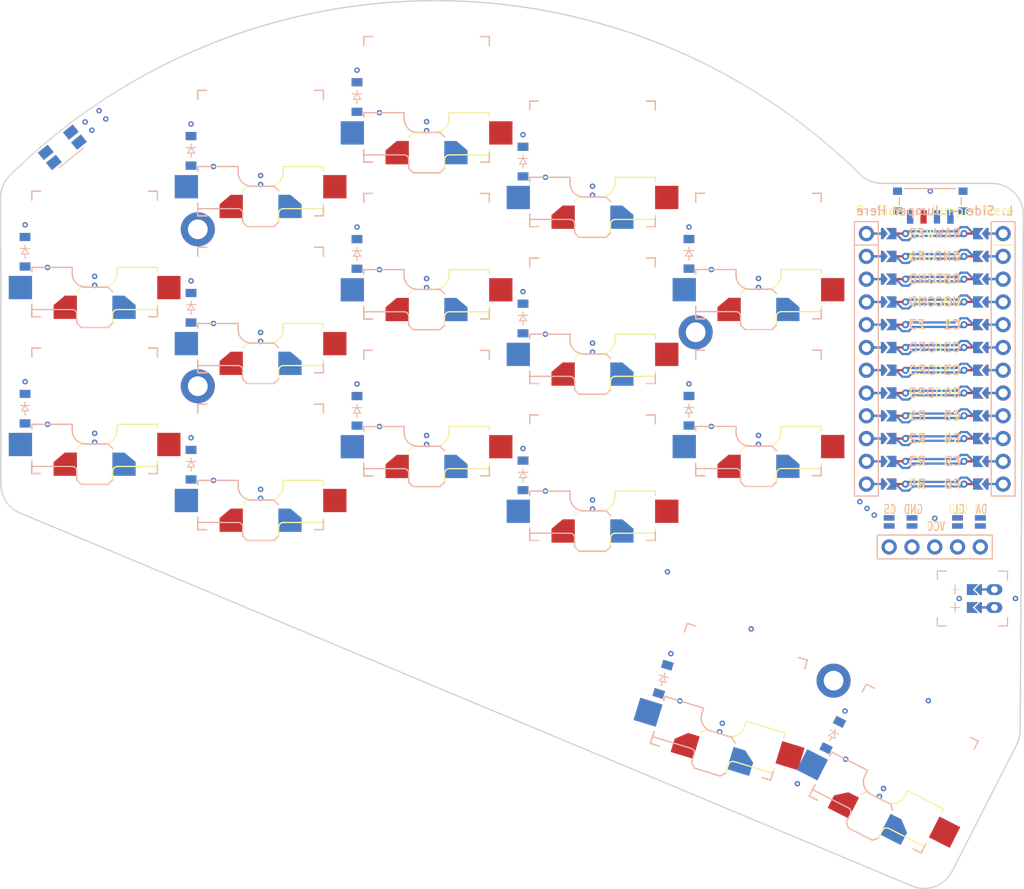
<source format=kicad_pcb>
(kicad_pcb (version 20171130) (host pcbnew 5.1.6)
  (title_block (title snak) (rev 0.2.1) (company JackMatanky))
  (layers (0 F.Cu signal) (31 B.Cu signal) (34 B.Paste user) (35 F.Paste user) (36 B.SilkS user) (37 F.SilkS user) (38 B.Mask user) (39 F.Mask user) (44 Edge.Cuts user))
  (net 0 "")
  (net 1 "C1")
  (net 2 "pinky_mid")
  (net 3 "pinky_top")
  (net 4 "ring_bot")
  (net 5 "C2")
  (net 6 "ring_mid")
  (net 7 "ring_top")
  (net 8 "middle_bot")
  (net 9 "C3")
  (net 10 "middle_mid")
  (net 11 "middle_top")
  (net 12 "index_bot")
  (net 13 "C4")
  (net 14 "index_mid")
  (net 15 "index_top")
  (net 16 "C5")
  (net 17 "inner_mid")
  (net 18 "inner_top")
  (net 19 "out_home")
  (net 20 "in_home")
  (net 21 "R2")
  (net 22 "R1")
  (net 23 "R3")
  (net 24 "R4")
  (net 25 "RAW")
  (net 26 "GND")
  (net 27 "RST")
  (net 28 "VCC")
  (net 29 "F4")
  (net 30 "F5")
  (net 31 "F6")
  (net 32 "F2")
  (net 33 "F1")
  (net 34 "F3")
  (net 35 "DPD")
  (net 36 "DPC")
  (net 37 "DPE")
  (net 38 "MCU1_24")
  (net 39 "MCU1_1")
  (net 40 "MCU1_23")
  (net 41 "MCU1_2")
  (net 42 "MCU1_22")
  (net 43 "MCU1_3")
  (net 44 "MCU1_21")
  (net 45 "MCU1_4")
  (net 46 "MCU1_20")
  (net 47 "MCU1_5")
  (net 48 "MCU1_19")
  (net 49 "MCU1_6")
  (net 50 "MCU1_18")
  (net 51 "MCU1_7")
  (net 52 "MCU1_17")
  (net 53 "MCU1_8")
  (net 54 "MCU1_16")
  (net 55 "MCU1_9")
  (net 56 "MCU1_15")
  (net 57 "MCU1_10")
  (net 58 "MCU1_14")
  (net 59 "MCU1_11")
  (net 60 "MCU1_13")
  (net 61 "MCU1_12")
  (net 62 "DISP1_1")
  (net 63 "DISP1_2")
  (net 64 "DISP1_4")
  (net 65 "DISP1_5")
  (net 66 "pos")
  (net 67 "JST1_1")
  (net 68 "JST1_2")
  (module PG1350 (layer F.Cu) (at 100 82.5 180)
    (fp_text reference "S1" hide)
    (pad "" np_thru_hole circle (at 0 0) (size 3.429 3.429) (drill 3.429) (layers *.Cu *.Mask))
    (pad "" np_thru_hole circle (at 5.5 0) (size 1.7018 1.7018) (drill 1.7018) (layers *.Cu *.Mask))
    (pad "" np_thru_hole circle (at -5.5 0) (size 1.7018 1.7018) (drill 1.7018) (layers *.Cu *.Mask))
    (pad "" np_thru_hole circle (at 0 -5.95) (size 3 3) (drill 3) (layers *.Cu *.Mask))
    (pad 1 smd custom (at -3.275 -5.95 180) (size 1 1) (layers B.Cu B.Paste B.Mask) (options (clearance outline) (anchor rect)) (primitives (gr_poly (pts (xy -1.3 -1.3) (xy -1.3 0.25) (xy -0.05 1.3) (xy 1.3 1.3) (xy 1.3 -1.3)) (width 0))) (net 1 "C1"))
    (pad 2 smd rect (at 8.275 -3.75 180) (size 2.6 2.6) (layers B.Cu B.Paste B.Mask) (net 2 "pinky_mid"))
    (pad "" np_thru_hole circle (at 5 -3.75 195) (size 3 3) (drill 3) (layers *.Cu *.Mask))
    (pad 1 connect custom (at 3.275 -5.95 180) (size 0.5 0.5) (layers F.Cu F.Mask) (options (clearance outline) (anchor rect)) (primitives (gr_poly (pts (xy -1.3 -1.3) (xy -1.3 1.3) (xy 0.05 1.3) (xy 1.3 0.25) (xy 1.3 -1.3)) (width 0))) (net 1 "C1"))
    (pad 2 smd rect (at -8.275 -3.75 180) (size 2.6 2.6) (layers F.Cu F.Paste F.Mask) (net 2 "pinky_mid"))
    (pad "" np_thru_hole circle (at -5 -3.75 195) (size 3 3) (drill 3) (layers *.Cu *.Mask))
  )
  (module PG1350 (layer F.Cu) (at 100 65 180)
    (fp_text reference "S2" hide)
    (pad "" np_thru_hole circle (at 0 0) (size 3.429 3.429) (drill 3.429) (layers *.Cu *.Mask))
    (pad "" np_thru_hole circle (at 5.5 0) (size 1.7018 1.7018) (drill 1.7018) (layers *.Cu *.Mask))
    (pad "" np_thru_hole circle (at -5.5 0) (size 1.7018 1.7018) (drill 1.7018) (layers *.Cu *.Mask))
    (pad "" np_thru_hole circle (at 0 -5.95) (size 3 3) (drill 3) (layers *.Cu *.Mask))
    (pad 1 smd custom (at -3.275 -5.95 180) (size 1 1) (layers B.Cu B.Paste B.Mask) (options (clearance outline) (anchor rect)) (primitives (gr_poly (pts (xy -1.3 -1.3) (xy -1.3 0.25) (xy -0.05 1.3) (xy 1.3 1.3) (xy 1.3 -1.3)) (width 0))) (net 1 "C1"))
    (pad 2 smd rect (at 8.275 -3.75 180) (size 2.6 2.6) (layers B.Cu B.Paste B.Mask) (net 3 "pinky_top"))
    (pad "" np_thru_hole circle (at 5 -3.75 195) (size 3 3) (drill 3) (layers *.Cu *.Mask))
    (pad 1 connect custom (at 3.275 -5.95 180) (size 0.5 0.5) (layers F.Cu F.Mask) (options (clearance outline) (anchor rect)) (primitives (gr_poly (pts (xy -1.3 -1.3) (xy -1.3 1.3) (xy 0.05 1.3) (xy 1.3 0.25) (xy 1.3 -1.3)) (width 0))) (net 1 "C1"))
    (pad 2 smd rect (at -8.275 -3.75 180) (size 2.6 2.6) (layers F.Cu F.Paste F.Mask) (net 3 "pinky_top"))
    (pad "" np_thru_hole circle (at -5 -3.75 195) (size 3 3) (drill 3) (layers *.Cu *.Mask))
  )
  (module PG1350 (layer F.Cu) (at 118.5 88.75 180)
    (fp_text reference "S3" hide)
    (pad "" np_thru_hole circle (at 0 0) (size 3.429 3.429) (drill 3.429) (layers *.Cu *.Mask))
    (pad "" np_thru_hole circle (at 5.5 0) (size 1.7018 1.7018) (drill 1.7018) (layers *.Cu *.Mask))
    (pad "" np_thru_hole circle (at -5.5 0) (size 1.7018 1.7018) (drill 1.7018) (layers *.Cu *.Mask))
    (pad "" np_thru_hole circle (at 0 -5.95) (size 3 3) (drill 3) (layers *.Cu *.Mask))
    (pad 1 smd custom (at -3.275 -5.95 180) (size 1 1) (layers B.Cu B.Paste B.Mask) (options (clearance outline) (anchor rect)) (primitives (gr_poly (pts (xy -1.3 -1.3) (xy -1.3 0.25) (xy -0.05 1.3) (xy 1.3 1.3) (xy 1.3 -1.3)) (width 0))) (net 1 "C1"))
    (pad 2 smd rect (at 8.275 -3.75 180) (size 2.6 2.6) (layers B.Cu B.Paste B.Mask) (net 4 "ring_bot"))
    (pad "" np_thru_hole circle (at 5 -3.75 195) (size 3 3) (drill 3) (layers *.Cu *.Mask))
    (pad 1 connect custom (at 3.275 -5.95 180) (size 0.5 0.5) (layers F.Cu F.Mask) (options (clearance outline) (anchor rect)) (primitives (gr_poly (pts (xy -1.3 -1.3) (xy -1.3 1.3) (xy 0.05 1.3) (xy 1.3 0.25) (xy 1.3 -1.3)) (width 0))) (net 1 "C1"))
    (pad 2 smd rect (at -8.275 -3.75 180) (size 2.6 2.6) (layers F.Cu F.Paste F.Mask) (net 4 "ring_bot"))
    (pad "" np_thru_hole circle (at -5 -3.75 195) (size 3 3) (drill 3) (layers *.Cu *.Mask))
  )
  (module PG1350 (layer F.Cu) (at 118.5 71.25 180)
    (fp_text reference "S4" hide)
    (pad "" np_thru_hole circle (at 0 0) (size 3.429 3.429) (drill 3.429) (layers *.Cu *.Mask))
    (pad "" np_thru_hole circle (at 5.5 0) (size 1.7018 1.7018) (drill 1.7018) (layers *.Cu *.Mask))
    (pad "" np_thru_hole circle (at -5.5 0) (size 1.7018 1.7018) (drill 1.7018) (layers *.Cu *.Mask))
    (pad "" np_thru_hole circle (at 0 -5.95) (size 3 3) (drill 3) (layers *.Cu *.Mask))
    (pad 1 smd custom (at -3.275 -5.95 180) (size 1 1) (layers B.Cu B.Paste B.Mask) (options (clearance outline) (anchor rect)) (primitives (gr_poly (pts (xy -1.3 -1.3) (xy -1.3 0.25) (xy -0.05 1.3) (xy 1.3 1.3) (xy 1.3 -1.3)) (width 0))) (net 5 "C2"))
    (pad 2 smd rect (at 8.275 -3.75 180) (size 2.6 2.6) (layers B.Cu B.Paste B.Mask) (net 6 "ring_mid"))
    (pad "" np_thru_hole circle (at 5 -3.75 195) (size 3 3) (drill 3) (layers *.Cu *.Mask))
    (pad 1 connect custom (at 3.275 -5.95 180) (size 0.5 0.5) (layers F.Cu F.Mask) (options (clearance outline) (anchor rect)) (primitives (gr_poly (pts (xy -1.3 -1.3) (xy -1.3 1.3) (xy 0.05 1.3) (xy 1.3 0.25) (xy 1.3 -1.3)) (width 0))) (net 5 "C2"))
    (pad 2 smd rect (at -8.275 -3.75 180) (size 2.6 2.6) (layers F.Cu F.Paste F.Mask) (net 6 "ring_mid"))
    (pad "" np_thru_hole circle (at -5 -3.75 195) (size 3 3) (drill 3) (layers *.Cu *.Mask))
  )
  (module PG1350 (layer F.Cu) (at 118.5 53.75 180)
    (fp_text reference "S5" hide)
    (pad "" np_thru_hole circle (at 0 0) (size 3.429 3.429) (drill 3.429) (layers *.Cu *.Mask))
    (pad "" np_thru_hole circle (at 5.5 0) (size 1.7018 1.7018) (drill 1.7018) (layers *.Cu *.Mask))
    (pad "" np_thru_hole circle (at -5.5 0) (size 1.7018 1.7018) (drill 1.7018) (layers *.Cu *.Mask))
    (pad "" np_thru_hole circle (at 0 -5.95) (size 3 3) (drill 3) (layers *.Cu *.Mask))
    (pad 1 smd custom (at -3.275 -5.95 180) (size 1 1) (layers B.Cu B.Paste B.Mask) (options (clearance outline) (anchor rect)) (primitives (gr_poly (pts (xy -1.3 -1.3) (xy -1.3 0.25) (xy -0.05 1.3) (xy 1.3 1.3) (xy 1.3 -1.3)) (width 0))) (net 5 "C2"))
    (pad 2 smd rect (at 8.275 -3.75 180) (size 2.6 2.6) (layers B.Cu B.Paste B.Mask) (net 7 "ring_top"))
    (pad "" np_thru_hole circle (at 5 -3.75 195) (size 3 3) (drill 3) (layers *.Cu *.Mask))
    (pad 1 connect custom (at 3.275 -5.95 180) (size 0.5 0.5) (layers F.Cu F.Mask) (options (clearance outline) (anchor rect)) (primitives (gr_poly (pts (xy -1.3 -1.3) (xy -1.3 1.3) (xy 0.05 1.3) (xy 1.3 0.25) (xy 1.3 -1.3)) (width 0))) (net 5 "C2"))
    (pad 2 smd rect (at -8.275 -3.75 180) (size 2.6 2.6) (layers F.Cu F.Paste F.Mask) (net 7 "ring_top"))
    (pad "" np_thru_hole circle (at -5 -3.75 195) (size 3 3) (drill 3) (layers *.Cu *.Mask))
  )
  (module PG1350 (layer F.Cu) (at 137 82.75 180)
    (fp_text reference "S6" hide)
    (pad "" np_thru_hole circle (at 0 0) (size 3.429 3.429) (drill 3.429) (layers *.Cu *.Mask))
    (pad "" np_thru_hole circle (at 5.5 0) (size 1.7018 1.7018) (drill 1.7018) (layers *.Cu *.Mask))
    (pad "" np_thru_hole circle (at -5.5 0) (size 1.7018 1.7018) (drill 1.7018) (layers *.Cu *.Mask))
    (pad "" np_thru_hole circle (at 0 -5.95) (size 3 3) (drill 3) (layers *.Cu *.Mask))
    (pad 1 smd custom (at -3.275 -5.95 180) (size 1 1) (layers B.Cu B.Paste B.Mask) (options (clearance outline) (anchor rect)) (primitives (gr_poly (pts (xy -1.3 -1.3) (xy -1.3 0.25) (xy -0.05 1.3) (xy 1.3 1.3) (xy 1.3 -1.3)) (width 0))) (net 5 "C2"))
    (pad 2 smd rect (at 8.275 -3.75 180) (size 2.6 2.6) (layers B.Cu B.Paste B.Mask) (net 8 "middle_bot"))
    (pad "" np_thru_hole circle (at 5 -3.75 195) (size 3 3) (drill 3) (layers *.Cu *.Mask))
    (pad 1 connect custom (at 3.275 -5.95 180) (size 0.5 0.5) (layers F.Cu F.Mask) (options (clearance outline) (anchor rect)) (primitives (gr_poly (pts (xy -1.3 -1.3) (xy -1.3 1.3) (xy 0.05 1.3) (xy 1.3 0.25) (xy 1.3 -1.3)) (width 0))) (net 5 "C2"))
    (pad 2 smd rect (at -8.275 -3.75 180) (size 2.6 2.6) (layers F.Cu F.Paste F.Mask) (net 8 "middle_bot"))
    (pad "" np_thru_hole circle (at -5 -3.75 195) (size 3 3) (drill 3) (layers *.Cu *.Mask))
  )
  (module PG1350 (layer F.Cu) (at 137 65.25 180)
    (fp_text reference "S7" hide)
    (pad "" np_thru_hole circle (at 0 0) (size 3.429 3.429) (drill 3.429) (layers *.Cu *.Mask))
    (pad "" np_thru_hole circle (at 5.5 0) (size 1.7018 1.7018) (drill 1.7018) (layers *.Cu *.Mask))
    (pad "" np_thru_hole circle (at -5.5 0) (size 1.7018 1.7018) (drill 1.7018) (layers *.Cu *.Mask))
    (pad "" np_thru_hole circle (at 0 -5.95) (size 3 3) (drill 3) (layers *.Cu *.Mask))
    (pad 1 smd custom (at -3.275 -5.95 180) (size 1 1) (layers B.Cu B.Paste B.Mask) (options (clearance outline) (anchor rect)) (primitives (gr_poly (pts (xy -1.3 -1.3) (xy -1.3 0.25) (xy -0.05 1.3) (xy 1.3 1.3) (xy 1.3 -1.3)) (width 0))) (net 9 "C3"))
    (pad 2 smd rect (at 8.275 -3.75 180) (size 2.6 2.6) (layers B.Cu B.Paste B.Mask) (net 10 "middle_mid"))
    (pad "" np_thru_hole circle (at 5 -3.75 195) (size 3 3) (drill 3) (layers *.Cu *.Mask))
    (pad 1 connect custom (at 3.275 -5.95 180) (size 0.5 0.5) (layers F.Cu F.Mask) (options (clearance outline) (anchor rect)) (primitives (gr_poly (pts (xy -1.3 -1.3) (xy -1.3 1.3) (xy 0.05 1.3) (xy 1.3 0.25) (xy 1.3 -1.3)) (width 0))) (net 9 "C3"))
    (pad 2 smd rect (at -8.275 -3.75 180) (size 2.6 2.6) (layers F.Cu F.Paste F.Mask) (net 10 "middle_mid"))
    (pad "" np_thru_hole circle (at -5 -3.75 195) (size 3 3) (drill 3) (layers *.Cu *.Mask))
  )
  (module PG1350 (layer F.Cu) (at 137 47.75 180)
    (fp_text reference "S8" hide)
    (pad "" np_thru_hole circle (at 0 0) (size 3.429 3.429) (drill 3.429) (layers *.Cu *.Mask))
    (pad "" np_thru_hole circle (at 5.5 0) (size 1.7018 1.7018) (drill 1.7018) (layers *.Cu *.Mask))
    (pad "" np_thru_hole circle (at -5.5 0) (size 1.7018 1.7018) (drill 1.7018) (layers *.Cu *.Mask))
    (pad "" np_thru_hole circle (at 0 -5.95) (size 3 3) (drill 3) (layers *.Cu *.Mask))
    (pad 1 smd custom (at -3.275 -5.95 180) (size 1 1) (layers B.Cu B.Paste B.Mask) (options (clearance outline) (anchor rect)) (primitives (gr_poly (pts (xy -1.3 -1.3) (xy -1.3 0.25) (xy -0.05 1.3) (xy 1.3 1.3) (xy 1.3 -1.3)) (width 0))) (net 9 "C3"))
    (pad 2 smd rect (at 8.275 -3.75 180) (size 2.6 2.6) (layers B.Cu B.Paste B.Mask) (net 11 "middle_top"))
    (pad "" np_thru_hole circle (at 5 -3.75 195) (size 3 3) (drill 3) (layers *.Cu *.Mask))
    (pad 1 connect custom (at 3.275 -5.95 180) (size 0.5 0.5) (layers F.Cu F.Mask) (options (clearance outline) (anchor rect)) (primitives (gr_poly (pts (xy -1.3 -1.3) (xy -1.3 1.3) (xy 0.05 1.3) (xy 1.3 0.25) (xy 1.3 -1.3)) (width 0))) (net 9 "C3"))
    (pad 2 smd rect (at -8.275 -3.75 180) (size 2.6 2.6) (layers F.Cu F.Paste F.Mask) (net 11 "middle_top"))
    (pad "" np_thru_hole circle (at -5 -3.75 195) (size 3 3) (drill 3) (layers *.Cu *.Mask))
  )
  (module PG1350 (layer F.Cu) (at 155.5 89.95 180)
    (fp_text reference "S9" hide)
    (pad "" np_thru_hole circle (at 0 0) (size 3.429 3.429) (drill 3.429) (layers *.Cu *.Mask))
    (pad "" np_thru_hole circle (at 5.5 0) (size 1.7018 1.7018) (drill 1.7018) (layers *.Cu *.Mask))
    (pad "" np_thru_hole circle (at -5.5 0) (size 1.7018 1.7018) (drill 1.7018) (layers *.Cu *.Mask))
    (pad "" np_thru_hole circle (at 0 -5.95) (size 3 3) (drill 3) (layers *.Cu *.Mask))
    (pad 1 smd custom (at -3.275 -5.95 180) (size 1 1) (layers B.Cu B.Paste B.Mask) (options (clearance outline) (anchor rect)) (primitives (gr_poly (pts (xy -1.3 -1.3) (xy -1.3 0.25) (xy -0.05 1.3) (xy 1.3 1.3) (xy 1.3 -1.3)) (width 0))) (net 9 "C3"))
    (pad 2 smd rect (at 8.275 -3.75 180) (size 2.6 2.6) (layers B.Cu B.Paste B.Mask) (net 12 "index_bot"))
    (pad "" np_thru_hole circle (at 5 -3.75 195) (size 3 3) (drill 3) (layers *.Cu *.Mask))
    (pad 1 connect custom (at 3.275 -5.95 180) (size 0.5 0.5) (layers F.Cu F.Mask) (options (clearance outline) (anchor rect)) (primitives (gr_poly (pts (xy -1.3 -1.3) (xy -1.3 1.3) (xy 0.05 1.3) (xy 1.3 0.25) (xy 1.3 -1.3)) (width 0))) (net 9 "C3"))
    (pad 2 smd rect (at -8.275 -3.75 180) (size 2.6 2.6) (layers F.Cu F.Paste F.Mask) (net 12 "index_bot"))
    (pad "" np_thru_hole circle (at -5 -3.75 195) (size 3 3) (drill 3) (layers *.Cu *.Mask))
  )
  (module PG1350 (layer F.Cu) (at 155.5 72.45 180)
    (fp_text reference "S10" hide)
    (pad "" np_thru_hole circle (at 0 0) (size 3.429 3.429) (drill 3.429) (layers *.Cu *.Mask))
    (pad "" np_thru_hole circle (at 5.5 0) (size 1.7018 1.7018) (drill 1.7018) (layers *.Cu *.Mask))
    (pad "" np_thru_hole circle (at -5.5 0) (size 1.7018 1.7018) (drill 1.7018) (layers *.Cu *.Mask))
    (pad "" np_thru_hole circle (at 0 -5.95) (size 3 3) (drill 3) (layers *.Cu *.Mask))
    (pad 1 smd custom (at -3.275 -5.95 180) (size 1 1) (layers B.Cu B.Paste B.Mask) (options (clearance outline) (anchor rect)) (primitives (gr_poly (pts (xy -1.3 -1.3) (xy -1.3 0.25) (xy -0.05 1.3) (xy 1.3 1.3) (xy 1.3 -1.3)) (width 0))) (net 13 "C4"))
    (pad 2 smd rect (at 8.275 -3.75 180) (size 2.6 2.6) (layers B.Cu B.Paste B.Mask) (net 14 "index_mid"))
    (pad "" np_thru_hole circle (at 5 -3.75 195) (size 3 3) (drill 3) (layers *.Cu *.Mask))
    (pad 1 connect custom (at 3.275 -5.95 180) (size 0.5 0.5) (layers F.Cu F.Mask) (options (clearance outline) (anchor rect)) (primitives (gr_poly (pts (xy -1.3 -1.3) (xy -1.3 1.3) (xy 0.05 1.3) (xy 1.3 0.25) (xy 1.3 -1.3)) (width 0))) (net 13 "C4"))
    (pad 2 smd rect (at -8.275 -3.75 180) (size 2.6 2.6) (layers F.Cu F.Paste F.Mask) (net 14 "index_mid"))
    (pad "" np_thru_hole circle (at -5 -3.75 195) (size 3 3) (drill 3) (layers *.Cu *.Mask))
  )
  (module PG1350 (layer F.Cu) (at 155.5 54.95 180)
    (fp_text reference "S11" hide)
    (pad "" np_thru_hole circle (at 0 0) (size 3.429 3.429) (drill 3.429) (layers *.Cu *.Mask))
    (pad "" np_thru_hole circle (at 5.5 0) (size 1.7018 1.7018) (drill 1.7018) (layers *.Cu *.Mask))
    (pad "" np_thru_hole circle (at -5.5 0) (size 1.7018 1.7018) (drill 1.7018) (layers *.Cu *.Mask))
    (pad "" np_thru_hole circle (at 0 -5.95) (size 3 3) (drill 3) (layers *.Cu *.Mask))
    (pad 1 smd custom (at -3.275 -5.95 180) (size 1 1) (layers B.Cu B.Paste B.Mask) (options (clearance outline) (anchor rect)) (primitives (gr_poly (pts (xy -1.3 -1.3) (xy -1.3 0.25) (xy -0.05 1.3) (xy 1.3 1.3) (xy 1.3 -1.3)) (width 0))) (net 13 "C4"))
    (pad 2 smd rect (at 8.275 -3.75 180) (size 2.6 2.6) (layers B.Cu B.Paste B.Mask) (net 15 "index_top"))
    (pad "" np_thru_hole circle (at 5 -3.75 195) (size 3 3) (drill 3) (layers *.Cu *.Mask))
    (pad 1 connect custom (at 3.275 -5.95 180) (size 0.5 0.5) (layers F.Cu F.Mask) (options (clearance outline) (anchor rect)) (primitives (gr_poly (pts (xy -1.3 -1.3) (xy -1.3 1.3) (xy 0.05 1.3) (xy 1.3 0.25) (xy 1.3 -1.3)) (width 0))) (net 13 "C4"))
    (pad 2 smd rect (at -8.275 -3.75 180) (size 2.6 2.6) (layers F.Cu F.Paste F.Mask) (net 15 "index_top"))
    (pad "" np_thru_hole circle (at -5 -3.75 195) (size 3 3) (drill 3) (layers *.Cu *.Mask))
  )
  (module PG1350 (layer F.Cu) (at 174 82.7357143 180)
    (fp_text reference "S12" hide)
    (pad "" np_thru_hole circle (at 0 0) (size 3.429 3.429) (drill 3.429) (layers *.Cu *.Mask))
    (pad "" np_thru_hole circle (at 5.5 0) (size 1.7018 1.7018) (drill 1.7018) (layers *.Cu *.Mask))
    (pad "" np_thru_hole circle (at -5.5 0) (size 1.7018 1.7018) (drill 1.7018) (layers *.Cu *.Mask))
    (pad "" np_thru_hole circle (at 0 -5.95) (size 3 3) (drill 3) (layers *.Cu *.Mask))
    (pad 1 smd custom (at -3.275 -5.95 180) (size 1 1) (layers B.Cu B.Paste B.Mask) (options (clearance outline) (anchor rect)) (primitives (gr_poly (pts (xy -1.3 -1.3) (xy -1.3 0.25) (xy -0.05 1.3) (xy 1.3 1.3) (xy 1.3 -1.3)) (width 0))) (net 16 "C5"))
    (pad 2 smd rect (at 8.275 -3.75 180) (size 2.6 2.6) (layers B.Cu B.Paste B.Mask) (net 17 "inner_mid"))
    (pad "" np_thru_hole circle (at 5 -3.75 195) (size 3 3) (drill 3) (layers *.Cu *.Mask))
    (pad 1 connect custom (at 3.275 -5.95 180) (size 0.5 0.5) (layers F.Cu F.Mask) (options (clearance outline) (anchor rect)) (primitives (gr_poly (pts (xy -1.3 -1.3) (xy -1.3 1.3) (xy 0.05 1.3) (xy 1.3 0.25) (xy 1.3 -1.3)) (width 0))) (net 16 "C5"))
    (pad 2 smd rect (at -8.275 -3.75 180) (size 2.6 2.6) (layers F.Cu F.Paste F.Mask) (net 17 "inner_mid"))
    (pad "" np_thru_hole circle (at -5 -3.75 195) (size 3 3) (drill 3) (layers *.Cu *.Mask))
  )
  (module PG1350 (layer F.Cu) (at 174 65.2357143 180)
    (fp_text reference "S13" hide)
    (pad "" np_thru_hole circle (at 0 0) (size 3.429 3.429) (drill 3.429) (layers *.Cu *.Mask))
    (pad "" np_thru_hole circle (at 5.5 0) (size 1.7018 1.7018) (drill 1.7018) (layers *.Cu *.Mask))
    (pad "" np_thru_hole circle (at -5.5 0) (size 1.7018 1.7018) (drill 1.7018) (layers *.Cu *.Mask))
    (pad "" np_thru_hole circle (at 0 -5.95) (size 3 3) (drill 3) (layers *.Cu *.Mask))
    (pad 1 smd custom (at -3.275 -5.95 180) (size 1 1) (layers B.Cu B.Paste B.Mask) (options (clearance outline) (anchor rect)) (primitives (gr_poly (pts (xy -1.3 -1.3) (xy -1.3 0.25) (xy -0.05 1.3) (xy 1.3 1.3) (xy 1.3 -1.3)) (width 0))) (net 16 "C5"))
    (pad 2 smd rect (at 8.275 -3.75 180) (size 2.6 2.6) (layers B.Cu B.Paste B.Mask) (net 18 "inner_top"))
    (pad "" np_thru_hole circle (at 5 -3.75 195) (size 3 3) (drill 3) (layers *.Cu *.Mask))
    (pad 1 connect custom (at 3.275 -5.95 180) (size 0.5 0.5) (layers F.Cu F.Mask) (options (clearance outline) (anchor rect)) (primitives (gr_poly (pts (xy -1.3 -1.3) (xy -1.3 1.3) (xy 0.05 1.3) (xy 1.3 0.25) (xy 1.3 -1.3)) (width 0))) (net 16 "C5"))
    (pad 2 smd rect (at -8.275 -3.75 180) (size 2.6 2.6) (layers F.Cu F.Paste F.Mask) (net 18 "inner_top"))
    (pad "" np_thru_hole circle (at -5 -3.75 195) (size 3 3) (drill 3) (layers *.Cu *.Mask))
  )
  (module PG1350 (layer F.Cu) (at 170.7 114.95 163)
    (fp_text reference "S14" hide)
    (pad "" np_thru_hole circle (at 0 0) (size 3.429 3.429) (drill 3.429) (layers *.Cu *.Mask))
    (pad "" np_thru_hole circle (at 5.5 0) (size 1.7018 1.7018) (drill 1.7018) (layers *.Cu *.Mask))
    (pad "" np_thru_hole circle (at -5.5 0) (size 1.7018 1.7018) (drill 1.7018) (layers *.Cu *.Mask))
    (pad "" np_thru_hole circle (at 0 -5.95) (size 3 3) (drill 3) (layers *.Cu *.Mask))
    (pad 1 smd custom (at -3.275 -5.95 163) (size 1 1) (layers B.Cu B.Paste B.Mask) (options (clearance outline) (anchor rect)) (primitives (gr_poly (pts (xy -1.3 -1.3) (xy -1.3 0.25) (xy -0.05 1.3) (xy 1.3 1.3) (xy 1.3 -1.3)) (width 0))) (net 13 "C4"))
    (pad 2 smd rect (at 8.275 -3.75 163) (size 2.6 2.6) (layers B.Cu B.Paste B.Mask) (net 19 "out_home"))
    (pad "" np_thru_hole circle (at 5 -3.75 195) (size 3 3) (drill 3) (layers *.Cu *.Mask))
    (pad 1 connect custom (at 3.275 -5.95 163) (size 0.5 0.5) (layers F.Cu F.Mask) (options (clearance outline) (anchor rect)) (primitives (gr_poly (pts (xy -1.3 -1.3) (xy -1.3 1.3) (xy 0.05 1.3) (xy 1.3 0.25) (xy 1.3 -1.3)) (width 0))) (net 13 "C4"))
    (pad 2 smd rect (at -8.275 -3.75 163) (size 2.6 2.6) (layers F.Cu F.Paste F.Mask) (net 19 "out_home"))
    (pad "" np_thru_hole circle (at -5 -3.75 195) (size 3 3) (drill 3) (layers *.Cu *.Mask))
  )
  (module PG1350 (layer F.Cu) (at 189.0753684 122.3978745 153)
    (fp_text reference "S15" hide)
    (pad "" np_thru_hole circle (at 0 0) (size 3.429 3.429) (drill 3.429) (layers *.Cu *.Mask))
    (pad "" np_thru_hole circle (at 5.5 0) (size 1.7018 1.7018) (drill 1.7018) (layers *.Cu *.Mask))
    (pad "" np_thru_hole circle (at -5.5 0) (size 1.7018 1.7018) (drill 1.7018) (layers *.Cu *.Mask))
    (pad "" np_thru_hole circle (at 0 -5.95) (size 3 3) (drill 3) (layers *.Cu *.Mask))
    (pad 1 smd custom (at -3.275 -5.95 153) (size 1 1) (layers B.Cu B.Paste B.Mask) (options (clearance outline) (anchor rect)) (primitives (gr_poly (pts (xy -1.3 -1.3) (xy -1.3 0.25) (xy -0.05 1.3) (xy 1.3 1.3) (xy 1.3 -1.3)) (width 0))) (net 16 "C5"))
    (pad 2 smd rect (at 8.275 -3.75 153) (size 2.6 2.6) (layers B.Cu B.Paste B.Mask) (net 20 "in_home"))
    (pad "" np_thru_hole circle (at 5 -3.75 195) (size 3 3) (drill 3) (layers *.Cu *.Mask))
    (pad 1 connect custom (at 3.275 -5.95 153) (size 0.5 0.5) (layers F.Cu F.Mask) (options (clearance outline) (anchor rect)) (primitives (gr_poly (pts (xy -1.3 -1.3) (xy -1.3 1.3) (xy 0.05 1.3) (xy 1.3 0.25) (xy 1.3 -1.3)) (width 0))) (net 16 "C5"))
    (pad 2 smd rect (at -8.275 -3.75 153) (size 2.6 2.6) (layers F.Cu F.Paste F.Mask) (net 20 "in_home"))
    (pad "" np_thru_hole circle (at -5 -3.75 195) (size 3 3) (drill 3) (layers *.Cu *.Mask))
  )
  (module ComboDiode (layer F.Cu) (at 92.25 82.25 270)
    (fp_text reference "D1" hide)
    (fp_text value "" hide)
    (pad 1 smd rect (at -1.65 0 270) (size 0.9 1.2) (layers F.Cu F.Paste F.Mask) (net 21 "R2"))
    (pad 2 smd rect (at 1.65 0 270) (size 0.9 1.2) (layers B.Cu B.Paste B.Mask) (net 2 "pinky_mid"))
    (pad 1 smd rect (at -1.65 0 270) (size 0.9 1.2) (layers B.Cu B.Paste B.Mask) (net 21 "R2"))
    (pad 2 smd rect (at 1.65 0 270) (size 0.9 1.2) (layers F.Cu F.Paste F.Mask) (net 2 "pinky_mid"))
  )
  (module ComboDiode (layer F.Cu) (at 92.25 64.75 270)
    (fp_text reference "D2" hide)
    (fp_text value "" hide)
    (pad 1 smd rect (at -1.65 0 270) (size 0.9 1.2) (layers F.Cu F.Paste F.Mask) (net 22 "R1"))
    (pad 2 smd rect (at 1.65 0 270) (size 0.9 1.2) (layers B.Cu B.Paste B.Mask) (net 3 "pinky_top"))
    (pad 1 smd rect (at -1.65 0 270) (size 0.9 1.2) (layers B.Cu B.Paste B.Mask) (net 22 "R1"))
    (pad 2 smd rect (at 1.65 0 270) (size 0.9 1.2) (layers F.Cu F.Paste F.Mask) (net 3 "pinky_top"))
  )
  (module ComboDiode (layer F.Cu) (at 110.75 88.5 270)
    (fp_text reference "D3" hide)
    (fp_text value "" hide)
    (pad 1 smd rect (at -1.65 0 270) (size 0.9 1.2) (layers F.Cu F.Paste F.Mask) (net 23 "R3"))
    (pad 2 smd rect (at 1.65 0 270) (size 0.9 1.2) (layers B.Cu B.Paste B.Mask) (net 4 "ring_bot"))
    (pad 1 smd rect (at -1.65 0 270) (size 0.9 1.2) (layers B.Cu B.Paste B.Mask) (net 23 "R3"))
    (pad 2 smd rect (at 1.65 0 270) (size 0.9 1.2) (layers F.Cu F.Paste F.Mask) (net 4 "ring_bot"))
  )
  (module ComboDiode (layer F.Cu) (at 110.75 71 270)
    (fp_text reference "D4" hide)
    (fp_text value "" hide)
    (pad 1 smd rect (at -1.65 0 270) (size 0.9 1.2) (layers F.Cu F.Paste F.Mask) (net 21 "R2"))
    (pad 2 smd rect (at 1.65 0 270) (size 0.9 1.2) (layers B.Cu B.Paste B.Mask) (net 6 "ring_mid"))
    (pad 1 smd rect (at -1.65 0 270) (size 0.9 1.2) (layers B.Cu B.Paste B.Mask) (net 21 "R2"))
    (pad 2 smd rect (at 1.65 0 270) (size 0.9 1.2) (layers F.Cu F.Paste F.Mask) (net 6 "ring_mid"))
  )
  (module ComboDiode (layer F.Cu) (at 110.75 53.5 270)
    (fp_text reference "D5" hide)
    (fp_text value "" hide)
    (pad 1 smd rect (at -1.65 0 270) (size 0.9 1.2) (layers F.Cu F.Paste F.Mask) (net 22 "R1"))
    (pad 2 smd rect (at 1.65 0 270) (size 0.9 1.2) (layers B.Cu B.Paste B.Mask) (net 7 "ring_top"))
    (pad 1 smd rect (at -1.65 0 270) (size 0.9 1.2) (layers B.Cu B.Paste B.Mask) (net 22 "R1"))
    (pad 2 smd rect (at 1.65 0 270) (size 0.9 1.2) (layers F.Cu F.Paste F.Mask) (net 7 "ring_top"))
  )
  (module ComboDiode (layer F.Cu) (at 129.25 82.5 270)
    (fp_text reference "D6" hide)
    (fp_text value "" hide)
    (pad 1 smd rect (at -1.65 0 270) (size 0.9 1.2) (layers F.Cu F.Paste F.Mask) (net 23 "R3"))
    (pad 2 smd rect (at 1.65 0 270) (size 0.9 1.2) (layers B.Cu B.Paste B.Mask) (net 8 "middle_bot"))
    (pad 1 smd rect (at -1.65 0 270) (size 0.9 1.2) (layers B.Cu B.Paste B.Mask) (net 23 "R3"))
    (pad 2 smd rect (at 1.65 0 270) (size 0.9 1.2) (layers F.Cu F.Paste F.Mask) (net 8 "middle_bot"))
  )
  (module ComboDiode (layer F.Cu) (at 129.25 65 270)
    (fp_text reference "D7" hide)
    (fp_text value "" hide)
    (pad 1 smd rect (at -1.65 0 270) (size 0.9 1.2) (layers F.Cu F.Paste F.Mask) (net 21 "R2"))
    (pad 2 smd rect (at 1.65 0 270) (size 0.9 1.2) (layers B.Cu B.Paste B.Mask) (net 10 "middle_mid"))
    (pad 1 smd rect (at -1.65 0 270) (size 0.9 1.2) (layers B.Cu B.Paste B.Mask) (net 21 "R2"))
    (pad 2 smd rect (at 1.65 0 270) (size 0.9 1.2) (layers F.Cu F.Paste F.Mask) (net 10 "middle_mid"))
  )
  (module ComboDiode (layer F.Cu) (at 129.25 47.5 270)
    (fp_text reference "D8" hide)
    (fp_text value "" hide)
    (pad 1 smd rect (at -1.65 0 270) (size 0.9 1.2) (layers F.Cu F.Paste F.Mask) (net 22 "R1"))
    (pad 2 smd rect (at 1.65 0 270) (size 0.9 1.2) (layers B.Cu B.Paste B.Mask) (net 11 "middle_top"))
    (pad 1 smd rect (at -1.65 0 270) (size 0.9 1.2) (layers B.Cu B.Paste B.Mask) (net 22 "R1"))
    (pad 2 smd rect (at 1.65 0 270) (size 0.9 1.2) (layers F.Cu F.Paste F.Mask) (net 11 "middle_top"))
  )
  (module ComboDiode (layer F.Cu) (at 147.75 89.7 270)
    (fp_text reference "D9" hide)
    (fp_text value "" hide)
    (pad 1 smd rect (at -1.65 0 270) (size 0.9 1.2) (layers F.Cu F.Paste F.Mask) (net 23 "R3"))
    (pad 2 smd rect (at 1.65 0 270) (size 0.9 1.2) (layers B.Cu B.Paste B.Mask) (net 12 "index_bot"))
    (pad 1 smd rect (at -1.65 0 270) (size 0.9 1.2) (layers B.Cu B.Paste B.Mask) (net 23 "R3"))
    (pad 2 smd rect (at 1.65 0 270) (size 0.9 1.2) (layers F.Cu F.Paste F.Mask) (net 12 "index_bot"))
  )
  (module ComboDiode (layer F.Cu) (at 147.75 72.2 270)
    (fp_text reference "D10" hide)
    (fp_text value "" hide)
    (pad 1 smd rect (at -1.65 0 270) (size 0.9 1.2) (layers F.Cu F.Paste F.Mask) (net 21 "R2"))
    (pad 2 smd rect (at 1.65 0 270) (size 0.9 1.2) (layers B.Cu B.Paste B.Mask) (net 14 "index_mid"))
    (pad 1 smd rect (at -1.65 0 270) (size 0.9 1.2) (layers B.Cu B.Paste B.Mask) (net 21 "R2"))
    (pad 2 smd rect (at 1.65 0 270) (size 0.9 1.2) (layers F.Cu F.Paste F.Mask) (net 14 "index_mid"))
  )
  (module ComboDiode (layer F.Cu) (at 147.75 54.7 270)
    (fp_text reference "D11" hide)
    (fp_text value "" hide)
    (pad 1 smd rect (at -1.65 0 270) (size 0.9 1.2) (layers F.Cu F.Paste F.Mask) (net 22 "R1"))
    (pad 2 smd rect (at 1.65 0 270) (size 0.9 1.2) (layers B.Cu B.Paste B.Mask) (net 15 "index_top"))
    (pad 1 smd rect (at -1.65 0 270) (size 0.9 1.2) (layers B.Cu B.Paste B.Mask) (net 22 "R1"))
    (pad 2 smd rect (at 1.65 0 270) (size 0.9 1.2) (layers F.Cu F.Paste F.Mask) (net 15 "index_top"))
  )
  (module ComboDiode (layer F.Cu) (at 166.25 82.4857143 270)
    (fp_text reference "D12" hide)
    (fp_text value "" hide)
    (pad 1 smd rect (at -1.65 0 270) (size 0.9 1.2) (layers F.Cu F.Paste F.Mask) (net 21 "R2"))
    (pad 2 smd rect (at 1.65 0 270) (size 0.9 1.2) (layers B.Cu B.Paste B.Mask) (net 17 "inner_mid"))
    (pad 1 smd rect (at -1.65 0 270) (size 0.9 1.2) (layers B.Cu B.Paste B.Mask) (net 21 "R2"))
    (pad 2 smd rect (at 1.65 0 270) (size 0.9 1.2) (layers F.Cu F.Paste F.Mask) (net 17 "inner_mid"))
  )
  (module ComboDiode (layer F.Cu) (at 166.25 64.9857143 270)
    (fp_text reference "D13" hide)
    (fp_text value "" hide)
    (pad 1 smd rect (at -1.65 0 270) (size 0.9 1.2) (layers F.Cu F.Paste F.Mask) (net 22 "R1"))
    (pad 2 smd rect (at 1.65 0 270) (size 0.9 1.2) (layers B.Cu B.Paste B.Mask) (net 18 "inner_top"))
    (pad 1 smd rect (at -1.65 0 270) (size 0.9 1.2) (layers B.Cu B.Paste B.Mask) (net 22 "R1"))
    (pad 2 smd rect (at 1.65 0 270) (size 0.9 1.2) (layers F.Cu F.Paste F.Mask) (net 18 "inner_top"))
  )
  (module ComboDiode (layer F.Cu) (at 163.3617311 112.4450431 253)
    (fp_text reference "D14" hide)
    (fp_text value "" hide)
    (pad 1 smd rect (at -1.65 0 253) (size 0.9 1.2) (layers F.Cu F.Paste F.Mask) (net 24 "R4"))
    (pad 2 smd rect (at 1.65 0 253) (size 0.9 1.2) (layers B.Cu B.Paste B.Mask) (net 19 "out_home"))
    (pad 1 smd rect (at -1.65 0 253) (size 0.9 1.2) (layers B.Cu B.Paste B.Mask) (net 24 "R4"))
    (pad 2 smd rect (at 1.65 0 253) (size 0.9 1.2) (layers F.Cu F.Paste F.Mask) (net 19 "out_home"))
  )
  (module ComboDiode (layer F.Cu) (at 182.2835655 118.6566965 243)
    (fp_text reference "D15" hide)
    (fp_text value "" hide)
    (pad 1 smd rect (at -1.65 0 243) (size 0.9 1.2) (layers F.Cu F.Paste F.Mask) (net 24 "R4"))
    (pad 2 smd rect (at 1.65 0 243) (size 0.9 1.2) (layers B.Cu B.Paste B.Mask) (net 20 "in_home"))
    (pad 1 smd rect (at -1.65 0 243) (size 0.9 1.2) (layers B.Cu B.Paste B.Mask) (net 24 "R4"))
    (pad 2 smd rect (at 1.65 0 243) (size 0.9 1.2) (layers F.Cu F.Paste F.Mask) (net 20 "in_home"))
  )
  (module VIA-0.6mm (layer F.Cu) (at 92.25 79.25 0)
    (fp_text reference REF** hide)
    (fp_text value VIA-0.6mm hide)
    (pad 1 thru_hole circle (at 0 0) (size 0.6 0.6) (drill 0.3) (layers *.Cu) (net 21 "R2"))
  )
  (module VIA-0.6mm (layer F.Cu) (at 92.25 61.75 0)
    (fp_text reference REF** hide)
    (fp_text value VIA-0.6mm hide)
    (pad 1 thru_hole circle (at 0 0) (size 0.6 0.6) (drill 0.3) (layers *.Cu) (net 22 "R1"))
  )
  (module VIA-0.6mm (layer F.Cu) (at 110.75 85.5 0)
    (fp_text reference REF** hide)
    (fp_text value VIA-0.6mm hide)
    (pad 1 thru_hole circle (at 0 0) (size 0.6 0.6) (drill 0.3) (layers *.Cu) (net 23 "R3"))
  )
  (module VIA-0.6mm (layer F.Cu) (at 110.75 68 0)
    (fp_text reference REF** hide)
    (fp_text value VIA-0.6mm hide)
    (pad 1 thru_hole circle (at 0 0) (size 0.6 0.6) (drill 0.3) (layers *.Cu) (net 21 "R2"))
  )
  (module VIA-0.6mm (layer F.Cu) (at 110.75 50.5 0)
    (fp_text reference REF** hide)
    (fp_text value VIA-0.6mm hide)
    (pad 1 thru_hole circle (at 0 0) (size 0.6 0.6) (drill 0.3) (layers *.Cu) (net 22 "R1"))
  )
  (module VIA-0.6mm (layer F.Cu) (at 129.25 79.5 0)
    (fp_text reference REF** hide)
    (fp_text value VIA-0.6mm hide)
    (pad 1 thru_hole circle (at 0 0) (size 0.6 0.6) (drill 0.3) (layers *.Cu) (net 23 "R3"))
  )
  (module VIA-0.6mm (layer F.Cu) (at 129.25 62 0)
    (fp_text reference REF** hide)
    (fp_text value VIA-0.6mm hide)
    (pad 1 thru_hole circle (at 0 0) (size 0.6 0.6) (drill 0.3) (layers *.Cu) (net 21 "R2"))
  )
  (module VIA-0.6mm (layer F.Cu) (at 129.25 44.5 0)
    (fp_text reference REF** hide)
    (fp_text value VIA-0.6mm hide)
    (pad 1 thru_hole circle (at 0 0) (size 0.6 0.6) (drill 0.3) (layers *.Cu) (net 22 "R1"))
  )
  (module VIA-0.6mm (layer F.Cu) (at 147.75 86.7 0)
    (fp_text reference REF** hide)
    (fp_text value VIA-0.6mm hide)
    (pad 1 thru_hole circle (at 0 0) (size 0.6 0.6) (drill 0.3) (layers *.Cu) (net 23 "R3"))
  )
  (module VIA-0.6mm (layer F.Cu) (at 147.75 69.2 0)
    (fp_text reference REF** hide)
    (fp_text value VIA-0.6mm hide)
    (pad 1 thru_hole circle (at 0 0) (size 0.6 0.6) (drill 0.3) (layers *.Cu) (net 21 "R2"))
  )
  (module VIA-0.6mm (layer F.Cu) (at 147.75 51.7 0)
    (fp_text reference REF** hide)
    (fp_text value VIA-0.6mm hide)
    (pad 1 thru_hole circle (at 0 0) (size 0.6 0.6) (drill 0.3) (layers *.Cu) (net 22 "R1"))
  )
  (module VIA-0.6mm (layer F.Cu) (at 166.25 79.4857143 0)
    (fp_text reference REF** hide)
    (fp_text value VIA-0.6mm hide)
    (pad 1 thru_hole circle (at 0 0) (size 0.6 0.6) (drill 0.3) (layers *.Cu) (net 21 "R2"))
  )
  (module VIA-0.6mm (layer F.Cu) (at 166.25 61.9857143 0)
    (fp_text reference REF** hide)
    (fp_text value VIA-0.6mm hide)
    (pad 1 thru_hole circle (at 0 0) (size 0.6 0.6) (drill 0.3) (layers *.Cu) (net 22 "R1"))
  )
  (module VIA-0.6mm (layer F.Cu) (at 164.23884619999998 109.5761288 -17)
    (fp_text reference REF** hide)
    (fp_text value VIA-0.6mm hide)
    (pad 1 thru_hole circle (at 0 0) (size 0.6 0.6) (drill 0.3) (layers *.Cu) (net 24 "R4"))
  )
  (module VIA-0.6mm (layer F.Cu) (at 183.645537 115.9836769 -27)
    (fp_text reference REF** hide)
    (fp_text value VIA-0.6mm hide)
    (pad 1 thru_hole circle (at 0 0) (size 0.6 0.6) (drill 0.3) (layers *.Cu) (net 24 "R4"))
  )
  (module VIA-0.6mm (layer F.Cu) (at 94.75 84 0)
    (fp_text reference REF** hide)
    (fp_text value VIA-0.6mm hide)
    (pad 1 thru_hole circle (at 0 0) (size 0.6 0.6) (drill 0.3) (layers *.Cu) (net 2 "pinky_mid"))
  )
  (module VIA-0.6mm (layer F.Cu) (at 94.75 66.5 0)
    (fp_text reference REF** hide)
    (fp_text value VIA-0.6mm hide)
    (pad 1 thru_hole circle (at 0 0) (size 0.6 0.6) (drill 0.3) (layers *.Cu) (net 3 "pinky_top"))
  )
  (module VIA-0.6mm (layer F.Cu) (at 113.25 90.25 0)
    (fp_text reference REF** hide)
    (fp_text value VIA-0.6mm hide)
    (pad 1 thru_hole circle (at 0 0) (size 0.6 0.6) (drill 0.3) (layers *.Cu) (net 4 "ring_bot"))
  )
  (module VIA-0.6mm (layer F.Cu) (at 113.25 72.75 0)
    (fp_text reference REF** hide)
    (fp_text value VIA-0.6mm hide)
    (pad 1 thru_hole circle (at 0 0) (size 0.6 0.6) (drill 0.3) (layers *.Cu) (net 6 "ring_mid"))
  )
  (module VIA-0.6mm (layer F.Cu) (at 113.25 55.25 0)
    (fp_text reference REF** hide)
    (fp_text value VIA-0.6mm hide)
    (pad 1 thru_hole circle (at 0 0) (size 0.6 0.6) (drill 0.3) (layers *.Cu) (net 7 "ring_top"))
  )
  (module VIA-0.6mm (layer F.Cu) (at 131.75 84.25 0)
    (fp_text reference REF** hide)
    (fp_text value VIA-0.6mm hide)
    (pad 1 thru_hole circle (at 0 0) (size 0.6 0.6) (drill 0.3) (layers *.Cu) (net 8 "middle_bot"))
  )
  (module VIA-0.6mm (layer F.Cu) (at 131.75 66.75 0)
    (fp_text reference REF** hide)
    (fp_text value VIA-0.6mm hide)
    (pad 1 thru_hole circle (at 0 0) (size 0.6 0.6) (drill 0.3) (layers *.Cu) (net 10 "middle_mid"))
  )
  (module VIA-0.6mm (layer F.Cu) (at 131.75 49.25 0)
    (fp_text reference REF** hide)
    (fp_text value VIA-0.6mm hide)
    (pad 1 thru_hole circle (at 0 0) (size 0.6 0.6) (drill 0.3) (layers *.Cu) (net 11 "middle_top"))
  )
  (module VIA-0.6mm (layer F.Cu) (at 150.25 91.45 0)
    (fp_text reference REF** hide)
    (fp_text value VIA-0.6mm hide)
    (pad 1 thru_hole circle (at 0 0) (size 0.6 0.6) (drill 0.3) (layers *.Cu) (net 12 "index_bot"))
  )
  (module VIA-0.6mm (layer F.Cu) (at 150.25 73.95 0)
    (fp_text reference REF** hide)
    (fp_text value VIA-0.6mm hide)
    (pad 1 thru_hole circle (at 0 0) (size 0.6 0.6) (drill 0.3) (layers *.Cu) (net 14 "index_mid"))
  )
  (module VIA-0.6mm (layer F.Cu) (at 150.25 56.45 0)
    (fp_text reference REF** hide)
    (fp_text value VIA-0.6mm hide)
    (pad 1 thru_hole circle (at 0 0) (size 0.6 0.6) (drill 0.3) (layers *.Cu) (net 15 "index_top"))
  )
  (module VIA-0.6mm (layer F.Cu) (at 168.75 84.2357143 0)
    (fp_text reference REF** hide)
    (fp_text value VIA-0.6mm hide)
    (pad 1 thru_hole circle (at 0 0) (size 0.6 0.6) (drill 0.3) (layers *.Cu) (net 17 "inner_mid"))
  )
  (module VIA-0.6mm (layer F.Cu) (at 168.75 66.7357143 0)
    (fp_text reference REF** hide)
    (fp_text value VIA-0.6mm hide)
    (pad 1 thru_hole circle (at 0 0) (size 0.6 0.6) (drill 0.3) (layers *.Cu) (net 18 "inner_top"))
  )
  (module VIA-0.6mm (layer F.Cu) (at 165.24084249999999 114.84950570000001 -17)
    (fp_text reference REF** hide)
    (fp_text value VIA-0.6mm hide)
    (pad 1 thru_hole circle (at 0 0) (size 0.6 0.6) (drill 0.3) (layers *.Cu) (net 19 "out_home"))
  )
  (module VIA-0.6mm (layer F.Cu) (at 183.7165984 121.3509342 -27)
    (fp_text reference REF** hide)
    (fp_text value VIA-0.6mm hide)
    (pad 1 thru_hole circle (at 0 0) (size 0.6 0.6) (drill 0.3) (layers *.Cu) (net 20 "in_home"))
  )
  (module VIA-0.6mm (layer F.Cu) (at 100 85 0)
    (fp_text reference REF** hide)
    (fp_text value VIA-0.6mm hide)
    (pad 1 thru_hole circle (at 0 0) (size 0.6 0.6) (drill 0.3) (layers *.Cu) (net 2 "pinky_mid"))
  )
  (module VIA-0.6mm (layer F.Cu) (at 100 67.5 0)
    (fp_text reference REF** hide)
    (fp_text value VIA-0.6mm hide)
    (pad 1 thru_hole circle (at 0 0) (size 0.6 0.6) (drill 0.3) (layers *.Cu) (net 3 "pinky_top"))
  )
  (module VIA-0.6mm (layer F.Cu) (at 118.5 91.25 0)
    (fp_text reference REF** hide)
    (fp_text value VIA-0.6mm hide)
    (pad 1 thru_hole circle (at 0 0) (size 0.6 0.6) (drill 0.3) (layers *.Cu) (net 4 "ring_bot"))
  )
  (module VIA-0.6mm (layer F.Cu) (at 118.5 73.75 0)
    (fp_text reference REF** hide)
    (fp_text value VIA-0.6mm hide)
    (pad 1 thru_hole circle (at 0 0) (size 0.6 0.6) (drill 0.3) (layers *.Cu) (net 6 "ring_mid"))
  )
  (module VIA-0.6mm (layer F.Cu) (at 118.5 56.25 0)
    (fp_text reference REF** hide)
    (fp_text value VIA-0.6mm hide)
    (pad 1 thru_hole circle (at 0 0) (size 0.6 0.6) (drill 0.3) (layers *.Cu) (net 7 "ring_top"))
  )
  (module VIA-0.6mm (layer F.Cu) (at 137 85.25 0)
    (fp_text reference REF** hide)
    (fp_text value VIA-0.6mm hide)
    (pad 1 thru_hole circle (at 0 0) (size 0.6 0.6) (drill 0.3) (layers *.Cu) (net 8 "middle_bot"))
  )
  (module VIA-0.6mm (layer F.Cu) (at 137 67.75 0)
    (fp_text reference REF** hide)
    (fp_text value VIA-0.6mm hide)
    (pad 1 thru_hole circle (at 0 0) (size 0.6 0.6) (drill 0.3) (layers *.Cu) (net 10 "middle_mid"))
  )
  (module VIA-0.6mm (layer F.Cu) (at 137 50.25 0)
    (fp_text reference REF** hide)
    (fp_text value VIA-0.6mm hide)
    (pad 1 thru_hole circle (at 0 0) (size 0.6 0.6) (drill 0.3) (layers *.Cu) (net 11 "middle_top"))
  )
  (module VIA-0.6mm (layer F.Cu) (at 155.5 92.45 0)
    (fp_text reference REF** hide)
    (fp_text value VIA-0.6mm hide)
    (pad 1 thru_hole circle (at 0 0) (size 0.6 0.6) (drill 0.3) (layers *.Cu) (net 12 "index_bot"))
  )
  (module VIA-0.6mm (layer F.Cu) (at 155.5 74.95 0)
    (fp_text reference REF** hide)
    (fp_text value VIA-0.6mm hide)
    (pad 1 thru_hole circle (at 0 0) (size 0.6 0.6) (drill 0.3) (layers *.Cu) (net 14 "index_mid"))
  )
  (module VIA-0.6mm (layer F.Cu) (at 155.5 57.45 0)
    (fp_text reference REF** hide)
    (fp_text value VIA-0.6mm hide)
    (pad 1 thru_hole circle (at 0 0) (size 0.6 0.6) (drill 0.3) (layers *.Cu) (net 15 "index_top"))
  )
  (module VIA-0.6mm (layer F.Cu) (at 174 85.2357143 0)
    (fp_text reference REF** hide)
    (fp_text value VIA-0.6mm hide)
    (pad 1 thru_hole circle (at 0 0) (size 0.6 0.6) (drill 0.3) (layers *.Cu) (net 17 "inner_mid"))
  )
  (module VIA-0.6mm (layer F.Cu) (at 174 67.7357143 0)
    (fp_text reference REF** hide)
    (fp_text value VIA-0.6mm hide)
    (pad 1 thru_hole circle (at 0 0) (size 0.6 0.6) (drill 0.3) (layers *.Cu) (net 18 "inner_top"))
  )
  (module VIA-0.6mm (layer F.Cu) (at 169.96907069999997 117.3407619 -17)
    (fp_text reference REF** hide)
    (fp_text value VIA-0.6mm hide)
    (pad 1 thru_hole circle (at 0 0) (size 0.6 0.6) (drill 0.3) (layers *.Cu) (net 19 "out_home"))
  )
  (module VIA-0.6mm (layer F.Cu) (at 187.9403922 124.6253908 -27)
    (fp_text reference REF** hide)
    (fp_text value VIA-0.6mm hide)
    (pad 1 thru_hole circle (at 0 0) (size 0.6 0.6) (drill 0.3) (layers *.Cu) (net 20 "in_home"))
  )
  (module VIA-0.6mm (layer F.Cu) (at 100 86 0)
    (fp_text reference REF** hide)
    (fp_text value VIA-0.6mm hide)
    (pad 1 thru_hole circle (at 0 0) (size 0.6 0.6) (drill 0.3) (layers *.Cu) (net 1 "C1"))
  )
  (module VIA-0.6mm (layer F.Cu) (at 100 68.5 0)
    (fp_text reference REF** hide)
    (fp_text value VIA-0.6mm hide)
    (pad 1 thru_hole circle (at 0 0) (size 0.6 0.6) (drill 0.3) (layers *.Cu) (net 1 "C1"))
  )
  (module VIA-0.6mm (layer F.Cu) (at 118.5 92.25 0)
    (fp_text reference REF** hide)
    (fp_text value VIA-0.6mm hide)
    (pad 1 thru_hole circle (at 0 0) (size 0.6 0.6) (drill 0.3) (layers *.Cu) (net 1 "C1"))
  )
  (module VIA-0.6mm (layer F.Cu) (at 118.5 74.75 0)
    (fp_text reference REF** hide)
    (fp_text value VIA-0.6mm hide)
    (pad 1 thru_hole circle (at 0 0) (size 0.6 0.6) (drill 0.3) (layers *.Cu) (net 5 "C2"))
  )
  (module VIA-0.6mm (layer F.Cu) (at 118.5 57.25 0)
    (fp_text reference REF** hide)
    (fp_text value VIA-0.6mm hide)
    (pad 1 thru_hole circle (at 0 0) (size 0.6 0.6) (drill 0.3) (layers *.Cu) (net 5 "C2"))
  )
  (module VIA-0.6mm (layer F.Cu) (at 137 86.25 0)
    (fp_text reference REF** hide)
    (fp_text value VIA-0.6mm hide)
    (pad 1 thru_hole circle (at 0 0) (size 0.6 0.6) (drill 0.3) (layers *.Cu) (net 5 "C2"))
  )
  (module VIA-0.6mm (layer F.Cu) (at 137 68.75 0)
    (fp_text reference REF** hide)
    (fp_text value VIA-0.6mm hide)
    (pad 1 thru_hole circle (at 0 0) (size 0.6 0.6) (drill 0.3) (layers *.Cu) (net 9 "C3"))
  )
  (module VIA-0.6mm (layer F.Cu) (at 137 51.25 0)
    (fp_text reference REF** hide)
    (fp_text value VIA-0.6mm hide)
    (pad 1 thru_hole circle (at 0 0) (size 0.6 0.6) (drill 0.3) (layers *.Cu) (net 9 "C3"))
  )
  (module VIA-0.6mm (layer F.Cu) (at 155.5 93.45 0)
    (fp_text reference REF** hide)
    (fp_text value VIA-0.6mm hide)
    (pad 1 thru_hole circle (at 0 0) (size 0.6 0.6) (drill 0.3) (layers *.Cu) (net 9 "C3"))
  )
  (module VIA-0.6mm (layer F.Cu) (at 155.5 75.95 0)
    (fp_text reference REF** hide)
    (fp_text value VIA-0.6mm hide)
    (pad 1 thru_hole circle (at 0 0) (size 0.6 0.6) (drill 0.3) (layers *.Cu) (net 13 "C4"))
  )
  (module VIA-0.6mm (layer F.Cu) (at 155.5 58.45 0)
    (fp_text reference REF** hide)
    (fp_text value VIA-0.6mm hide)
    (pad 1 thru_hole circle (at 0 0) (size 0.6 0.6) (drill 0.3) (layers *.Cu) (net 13 "C4"))
  )
  (module VIA-0.6mm (layer F.Cu) (at 174 86.2357143 0)
    (fp_text reference REF** hide)
    (fp_text value VIA-0.6mm hide)
    (pad 1 thru_hole circle (at 0 0) (size 0.6 0.6) (drill 0.3) (layers *.Cu) (net 16 "C5"))
  )
  (module VIA-0.6mm (layer F.Cu) (at 174 68.7357143 0)
    (fp_text reference REF** hide)
    (fp_text value VIA-0.6mm hide)
    (pad 1 thru_hole circle (at 0 0) (size 0.6 0.6) (drill 0.3) (layers *.Cu) (net 16 "C5"))
  )
  (module VIA-0.6mm (layer F.Cu) (at 169.67669899999999 118.29706660000001 -17)
    (fp_text reference REF** hide)
    (fp_text value VIA-0.6mm hide)
    (pad 1 thru_hole circle (at 0 0) (size 0.6 0.6) (drill 0.3) (layers *.Cu) (net 13 "C4"))
  )
  (module VIA-0.6mm (layer F.Cu) (at 187.48640170000002 125.5163973 -27)
    (fp_text reference REF** hide)
    (fp_text value VIA-0.6mm hide)
    (pad 1 thru_hole circle (at 0 0) (size 0.6 0.6) (drill 0.3) (layers *.Cu) (net 16 "C5"))
  )
  (module VIA-0.6mm (layer F.Cu) (at 178.3387239 124.0823887 -17)
    (fp_text reference REF** hide)
    (fp_text value VIA-0.6mm hide)
    (pad 1 thru_hole circle (at 0 0) (size 0.6 0.6) (drill 0.3) (layers *.Cu) (net 24 "R4"))
  )
  (module VIA-0.6mm (layer F.Cu) (at 163.85 100.45 0)
    (fp_text reference REF** hide)
    (fp_text value VIA-0.6mm hide)
    (pad 1 thru_hole circle (at 0 0) (size 0.6 0.6) (drill 0.3) (layers *.Cu) (net 24 "R4"))
  )
  (module VIA-0.6mm (layer F.Cu) (at 173.1851595 106.82140960000001 -17)
    (fp_text reference REF** hide)
    (fp_text value VIA-0.6mm hide)
    (pad 1 thru_hole circle (at 0 0) (size 0.6 0.6) (drill 0.3) (layers *.Cu) (net 13 "C4"))
  )
  (module VIA-0.6mm (layer F.Cu) (at 192.9342876 114.824319 -27)
    (fp_text reference REF** hide)
    (fp_text value VIA-0.6mm hide)
    (pad 1 thru_hole circle (at 0 0) (size 0.6 0.6) (drill 0.3) (layers *.Cu) (net 16 "C5"))
  )
  (module nice_nano (layer F.Cu) (at 193.65 75.4307143 0)
    (fp_text reference "MCU1" hide)
    (pad 24 thru_hole circle (at -7.62 -12.7) (size 1.7 1.7) (drill 1) (layers *.Cu *.Mask) (net 38 "MCU1_24"))
    (pad 1 thru_hole circle (at 7.62 -12.7) (size 1.7 1.7) (drill 1) (layers *.Cu *.Mask) (net 39 "MCU1_1"))
    (pad 124 thru_hole circle (at -3.262 -12.7) (size 0.8 0.8) (drill 0.4) (layers *.Cu *.Mask) (net 32 "F2"))
    (pad 1 thru_hole circle (at 3.262 -12.7) (size 0.8 0.8) (drill 0.4) (layers *.Cu *.Mask) (net 25 "RAW"))
    (pad 24 smd custom (at -5.5 -12.7) (size 0.2 0.2) (layers F.Cu F.Mask) (net 38 "MCU1_24") (options (clearance outline) (anchor rect)) (primitives (gr_poly (pts (xy -0.5 -0.625) (xy -0.25 -0.625) (xy 0.25 0) (xy -0.25 0.625) (xy -0.5 0.625)) (width 0))))
    (pad 124 smd custom (at -4.775 -12.7) (size 0.2 0.2) (layers F.Cu F.Mask) (net 32 "F2") (options (clearance outline) (anchor rect)) (primitives (gr_poly (pts (xy -0.65 -0.625) (xy 0.5 -0.625) (xy 0.5 0.625) (xy -0.65 0.625) (xy -0.15 0)) (width 0))))
    (pad 1 smd custom (at 4.775 -12.7 180) (size 0.2 0.2) (layers F.Cu F.Mask) (net 25 "RAW") (options (clearance outline) (anchor rect)) (primitives (gr_poly (pts (xy -0.65 -0.625) (xy 0.5 -0.625) (xy 0.5 0.625) (xy -0.65 0.625) (xy -0.15 0)) (width 0))))
    (pad 1 smd custom (at 5.5 -12.7 180) (size 0.2 0.2) (layers F.Cu F.Mask) (net 39 "MCU1_1") (options (clearance outline) (anchor rect)) (primitives (gr_poly (pts (xy -0.5 -0.625) (xy -0.25 -0.625) (xy 0.25 0) (xy -0.25 0.625) (xy -0.5 0.625)) (width 0))))
    (pad 24 smd custom (at -5.5 -12.7) (size 0.2 0.2) (layers B.Cu B.Mask) (net 38 "MCU1_24") (options (clearance outline) (anchor rect)) (primitives (gr_poly (pts (xy -0.5 0.625) (xy -0.25 0.625) (xy 0.25 0) (xy -0.25 -0.625) (xy -0.5 -0.625)) (width 0))))
    (pad 1 smd custom (at -4.775 -12.7) (size 0.2 0.2) (layers B.Cu B.Mask) (net 25 "RAW") (options (clearance outline) (anchor rect)) (primitives (gr_poly (pts (xy -0.65 0.625) (xy 0.5 0.625) (xy 0.5 -0.625) (xy -0.65 -0.625) (xy -0.15 0)) (width 0))))
    (pad 124 smd custom (at 4.775 -12.7 180) (size 0.2 0.2) (layers B.Cu B.Mask) (net 32 "F2") (options (clearance outline) (anchor rect)) (primitives (gr_poly (pts (xy -0.65 0.625) (xy 0.5 0.625) (xy 0.5 -0.625) (xy -0.65 -0.625) (xy -0.15 0)) (width 0))))
    (pad 1 smd custom (at 5.5 -12.7 180) (size 0.2 0.2) (layers B.Cu B.Mask) (net 39 "MCU1_1") (options (clearance outline) (anchor rect)) (primitives (gr_poly (pts (xy -0.5 0.625) (xy -0.25 0.625) (xy 0.25 0) (xy -0.25 -0.625) (xy -0.5 -0.625)) (width 0))))
    (fp_text user RAW (at -3 -12.7) (layer F.SilkS) (effects (justify left)))
    (fp_text user F2 (at 3 -12.7) (layer F.SilkS) (effects (justify right)))
    (fp_text user F2 (at -3 -12.7 180) (layer B.SilkS) (effects (justify right mirror)))
    (fp_text user RAW (at 3 -12.7 180) (layer B.SilkS) (effects (justify left mirror)))
    (pad 23 thru_hole circle (at -7.62 -10.16) (size 1.7 1.7) (drill 1) (layers *.Cu *.Mask) (net 40 "MCU1_23"))
    (pad 2 thru_hole circle (at 7.62 -10.16) (size 1.7 1.7) (drill 1) (layers *.Cu *.Mask) (net 41 "MCU1_2"))
    (pad 123 thru_hole circle (at -3.262 -10.16) (size 0.8 0.8) (drill 0.4) (layers *.Cu *.Mask) (net 33 "F1"))
    (pad 2 thru_hole circle (at 3.262 -10.16) (size 0.8 0.8) (drill 0.4) (layers *.Cu *.Mask) (net 26 "GND"))
    (pad 23 smd custom (at -5.5 -10.16) (size 0.2 0.2) (layers F.Cu F.Mask) (net 40 "MCU1_23") (options (clearance outline) (anchor rect)) (primitives (gr_poly (pts (xy -0.5 -0.625) (xy -0.25 -0.625) (xy 0.25 0) (xy -0.25 0.625) (xy -0.5 0.625)) (width 0))))
    (pad 123 smd custom (at -4.775 -10.16) (size 0.2 0.2) (layers F.Cu F.Mask) (net 33 "F1") (options (clearance outline) (anchor rect)) (primitives (gr_poly (pts (xy -0.65 -0.625) (xy 0.5 -0.625) (xy 0.5 0.625) (xy -0.65 0.625) (xy -0.15 0)) (width 0))))
    (pad 2 smd custom (at 4.775 -10.16 180) (size 0.2 0.2) (layers F.Cu F.Mask) (net 26 "GND") (options (clearance outline) (anchor rect)) (primitives (gr_poly (pts (xy -0.65 -0.625) (xy 0.5 -0.625) (xy 0.5 0.625) (xy -0.65 0.625) (xy -0.15 0)) (width 0))))
    (pad 2 smd custom (at 5.5 -10.16 180) (size 0.2 0.2) (layers F.Cu F.Mask) (net 41 "MCU1_2") (options (clearance outline) (anchor rect)) (primitives (gr_poly (pts (xy -0.5 -0.625) (xy -0.25 -0.625) (xy 0.25 0) (xy -0.25 0.625) (xy -0.5 0.625)) (width 0))))
    (pad 23 smd custom (at -5.5 -10.16) (size 0.2 0.2) (layers B.Cu B.Mask) (net 40 "MCU1_23") (options (clearance outline) (anchor rect)) (primitives (gr_poly (pts (xy -0.5 0.625) (xy -0.25 0.625) (xy 0.25 0) (xy -0.25 -0.625) (xy -0.5 -0.625)) (width 0))))
    (pad 2 smd custom (at -4.775 -10.16) (size 0.2 0.2) (layers B.Cu B.Mask) (net 26 "GND") (options (clearance outline) (anchor rect)) (primitives (gr_poly (pts (xy -0.65 0.625) (xy 0.5 0.625) (xy 0.5 -0.625) (xy -0.65 -0.625) (xy -0.15 0)) (width 0))))
    (pad 123 smd custom (at 4.775 -10.16 180) (size 0.2 0.2) (layers B.Cu B.Mask) (net 33 "F1") (options (clearance outline) (anchor rect)) (primitives (gr_poly (pts (xy -0.65 0.625) (xy 0.5 0.625) (xy 0.5 -0.625) (xy -0.65 -0.625) (xy -0.15 0)) (width 0))))
    (pad 2 smd custom (at 5.5 -10.16 180) (size 0.2 0.2) (layers B.Cu B.Mask) (net 41 "MCU1_2") (options (clearance outline) (anchor rect)) (primitives (gr_poly (pts (xy -0.5 0.625) (xy -0.25 0.625) (xy 0.25 0) (xy -0.25 -0.625) (xy -0.5 -0.625)) (width 0))))
    (fp_text user GND (at -3 -10.16) (layer F.SilkS) (effects (justify left)))
    (fp_text user F1 (at 3 -10.16) (layer F.SilkS) (effects (justify right)))
    (fp_text user F1 (at -3 -10.16 180) (layer B.SilkS) (effects (justify right mirror)))
    (fp_text user GND (at 3 -10.16 180) (layer B.SilkS) (effects (justify left mirror)))
    (pad 22 thru_hole circle (at -7.62 -7.619999999999999) (size 1.7 1.7) (drill 1) (layers *.Cu *.Mask) (net 42 "MCU1_22"))
    (pad 3 thru_hole circle (at 7.62 -7.619999999999999) (size 1.7 1.7) (drill 1) (layers *.Cu *.Mask) (net 43 "MCU1_3"))
    (pad 122 thru_hole circle (at -3.262 -7.619999999999999) (size 0.8 0.8) (drill 0.4) (layers *.Cu *.Mask) (net 26 "GND"))
    (pad 3 thru_hole circle (at 3.262 -7.619999999999999) (size 0.8 0.8) (drill 0.4) (layers *.Cu *.Mask) (net 27 "RST"))
    (pad 22 smd custom (at -5.5 -7.619999999999999) (size 0.2 0.2) (layers F.Cu F.Mask) (net 42 "MCU1_22") (options (clearance outline) (anchor rect)) (primitives (gr_poly (pts (xy -0.5 -0.625) (xy -0.25 -0.625) (xy 0.25 0) (xy -0.25 0.625) (xy -0.5 0.625)) (width 0))))
    (pad 122 smd custom (at -4.775 -7.619999999999999) (size 0.2 0.2) (layers F.Cu F.Mask) (net 26 "GND") (options (clearance outline) (anchor rect)) (primitives (gr_poly (pts (xy -0.65 -0.625) (xy 0.5 -0.625) (xy 0.5 0.625) (xy -0.65 0.625) (xy -0.15 0)) (width 0))))
    (pad 3 smd custom (at 4.775 -7.619999999999999 180) (size 0.2 0.2) (layers F.Cu F.Mask) (net 27 "RST") (options (clearance outline) (anchor rect)) (primitives (gr_poly (pts (xy -0.65 -0.625) (xy 0.5 -0.625) (xy 0.5 0.625) (xy -0.65 0.625) (xy -0.15 0)) (width 0))))
    (pad 3 smd custom (at 5.5 -7.619999999999999 180) (size 0.2 0.2) (layers F.Cu F.Mask) (net 43 "MCU1_3") (options (clearance outline) (anchor rect)) (primitives (gr_poly (pts (xy -0.5 -0.625) (xy -0.25 -0.625) (xy 0.25 0) (xy -0.25 0.625) (xy -0.5 0.625)) (width 0))))
    (pad 22 smd custom (at -5.5 -7.619999999999999) (size 0.2 0.2) (layers B.Cu B.Mask) (net 42 "MCU1_22") (options (clearance outline) (anchor rect)) (primitives (gr_poly (pts (xy -0.5 0.625) (xy -0.25 0.625) (xy 0.25 0) (xy -0.25 -0.625) (xy -0.5 -0.625)) (width 0))))
    (pad 3 smd custom (at -4.775 -7.619999999999999) (size 0.2 0.2) (layers B.Cu B.Mask) (net 27 "RST") (options (clearance outline) (anchor rect)) (primitives (gr_poly (pts (xy -0.65 0.625) (xy 0.5 0.625) (xy 0.5 -0.625) (xy -0.65 -0.625) (xy -0.15 0)) (width 0))))
    (pad 122 smd custom (at 4.775 -7.619999999999999 180) (size 0.2 0.2) (layers B.Cu B.Mask) (net 26 "GND") (options (clearance outline) (anchor rect)) (primitives (gr_poly (pts (xy -0.65 0.625) (xy 0.5 0.625) (xy 0.5 -0.625) (xy -0.65 -0.625) (xy -0.15 0)) (width 0))))
    (pad 3 smd custom (at 5.5 -7.619999999999999 180) (size 0.2 0.2) (layers B.Cu B.Mask) (net 43 "MCU1_3") (options (clearance outline) (anchor rect)) (primitives (gr_poly (pts (xy -0.5 0.625) (xy -0.25 0.625) (xy 0.25 0) (xy -0.25 -0.625) (xy -0.5 -0.625)) (width 0))))
    (fp_text user RST (at -3 -7.619999999999999) (layer F.SilkS) (effects (justify left)))
    (fp_text user GND (at 3 -7.619999999999999) (layer F.SilkS) (effects (justify right)))
    (fp_text user GND (at -3 -7.619999999999999 180) (layer B.SilkS) (effects (justify right mirror)))
    (fp_text user RST (at 3 -7.619999999999999 180) (layer B.SilkS) (effects (justify left mirror)))
    (pad 21 thru_hole circle (at -7.62 -5.079999999999999) (size 1.7 1.7) (drill 1) (layers *.Cu *.Mask) (net 44 "MCU1_21"))
    (pad 4 thru_hole circle (at 7.62 -5.079999999999999) (size 1.7 1.7) (drill 1) (layers *.Cu *.Mask) (net 45 "MCU1_4"))
    (pad 121 thru_hole circle (at -3.262 -5.079999999999999) (size 0.8 0.8) (drill 0.4) (layers *.Cu *.Mask) (net 26 "GND"))
    (pad 4 thru_hole circle (at 3.262 -5.079999999999999) (size 0.8 0.8) (drill 0.4) (layers *.Cu *.Mask) (net 28 "VCC"))
    (pad 21 smd custom (at -5.5 -5.079999999999999) (size 0.2 0.2) (layers F.Cu F.Mask) (net 44 "MCU1_21") (options (clearance outline) (anchor rect)) (primitives (gr_poly (pts (xy -0.5 -0.625) (xy -0.25 -0.625) (xy 0.25 0) (xy -0.25 0.625) (xy -0.5 0.625)) (width 0))))
    (pad 121 smd custom (at -4.775 -5.079999999999999) (size 0.2 0.2) (layers F.Cu F.Mask) (net 26 "GND") (options (clearance outline) (anchor rect)) (primitives (gr_poly (pts (xy -0.65 -0.625) (xy 0.5 -0.625) (xy 0.5 0.625) (xy -0.65 0.625) (xy -0.15 0)) (width 0))))
    (pad 4 smd custom (at 4.775 -5.079999999999999 180) (size 0.2 0.2) (layers F.Cu F.Mask) (net 28 "VCC") (options (clearance outline) (anchor rect)) (primitives (gr_poly (pts (xy -0.65 -0.625) (xy 0.5 -0.625) (xy 0.5 0.625) (xy -0.65 0.625) (xy -0.15 0)) (width 0))))
    (pad 4 smd custom (at 5.5 -5.079999999999999 180) (size 0.2 0.2) (layers F.Cu F.Mask) (net 45 "MCU1_4") (options (clearance outline) (anchor rect)) (primitives (gr_poly (pts (xy -0.5 -0.625) (xy -0.25 -0.625) (xy 0.25 0) (xy -0.25 0.625) (xy -0.5 0.625)) (width 0))))
    (pad 21 smd custom (at -5.5 -5.079999999999999) (size 0.2 0.2) (layers B.Cu B.Mask) (net 44 "MCU1_21") (options (clearance outline) (anchor rect)) (primitives (gr_poly (pts (xy -0.5 0.625) (xy -0.25 0.625) (xy 0.25 0) (xy -0.25 -0.625) (xy -0.5 -0.625)) (width 0))))
    (pad 4 smd custom (at -4.775 -5.079999999999999) (size 0.2 0.2) (layers B.Cu B.Mask) (net 28 "VCC") (options (clearance outline) (anchor rect)) (primitives (gr_poly (pts (xy -0.65 0.625) (xy 0.5 0.625) (xy 0.5 -0.625) (xy -0.65 -0.625) (xy -0.15 0)) (width 0))))
    (pad 121 smd custom (at 4.775 -5.079999999999999 180) (size 0.2 0.2) (layers B.Cu B.Mask) (net 26 "GND") (options (clearance outline) (anchor rect)) (primitives (gr_poly (pts (xy -0.65 0.625) (xy 0.5 0.625) (xy 0.5 -0.625) (xy -0.65 -0.625) (xy -0.15 0)) (width 0))))
    (pad 4 smd custom (at 5.5 -5.079999999999999 180) (size 0.2 0.2) (layers B.Cu B.Mask) (net 45 "MCU1_4") (options (clearance outline) (anchor rect)) (primitives (gr_poly (pts (xy -0.5 0.625) (xy -0.25 0.625) (xy 0.25 0) (xy -0.25 -0.625) (xy -0.5 -0.625)) (width 0))))
    (fp_text user VCC (at -3 -5.079999999999999) (layer F.SilkS) (effects (justify left)))
    (fp_text user GND (at 3 -5.079999999999999) (layer F.SilkS) (effects (justify right)))
    (fp_text user GND (at -3 -5.079999999999999 180) (layer B.SilkS) (effects (justify right mirror)))
    (fp_text user VCC (at 3 -5.079999999999999 180) (layer B.SilkS) (effects (justify left mirror)))
    (pad 20 thru_hole circle (at -7.62 -2.539999999999999) (size 1.7 1.7) (drill 1) (layers *.Cu *.Mask) (net 46 "MCU1_20"))
    (pad 5 thru_hole circle (at 7.62 -2.539999999999999) (size 1.7 1.7) (drill 1) (layers *.Cu *.Mask) (net 47 "MCU1_5"))
    (pad 120 thru_hole circle (at -3.262 -2.539999999999999) (size 0.8 0.8) (drill 0.4) (layers *.Cu *.Mask) (net 34 "F3"))
    (pad 5 thru_hole circle (at 3.262 -2.539999999999999) (size 0.8 0.8) (drill 0.4) (layers *.Cu *.Mask) (net 1 "C1"))
    (pad 20 smd custom (at -5.5 -2.539999999999999) (size 0.2 0.2) (layers F.Cu F.Mask) (net 46 "MCU1_20") (options (clearance outline) (anchor rect)) (primitives (gr_poly (pts (xy -0.5 -0.625) (xy -0.25 -0.625) (xy 0.25 0) (xy -0.25 0.625) (xy -0.5 0.625)) (width 0))))
    (pad 120 smd custom (at -4.775 -2.539999999999999) (size 0.2 0.2) (layers F.Cu F.Mask) (net 34 "F3") (options (clearance outline) (anchor rect)) (primitives (gr_poly (pts (xy -0.65 -0.625) (xy 0.5 -0.625) (xy 0.5 0.625) (xy -0.65 0.625) (xy -0.15 0)) (width 0))))
    (pad 5 smd custom (at 4.775 -2.539999999999999 180) (size 0.2 0.2) (layers F.Cu F.Mask) (net 1 "C1") (options (clearance outline) (anchor rect)) (primitives (gr_poly (pts (xy -0.65 -0.625) (xy 0.5 -0.625) (xy 0.5 0.625) (xy -0.65 0.625) (xy -0.15 0)) (width 0))))
    (pad 5 smd custom (at 5.5 -2.539999999999999 180) (size 0.2 0.2) (layers F.Cu F.Mask) (net 47 "MCU1_5") (options (clearance outline) (anchor rect)) (primitives (gr_poly (pts (xy -0.5 -0.625) (xy -0.25 -0.625) (xy 0.25 0) (xy -0.25 0.625) (xy -0.5 0.625)) (width 0))))
    (pad 20 smd custom (at -5.5 -2.539999999999999) (size 0.2 0.2) (layers B.Cu B.Mask) (net 46 "MCU1_20") (options (clearance outline) (anchor rect)) (primitives (gr_poly (pts (xy -0.5 0.625) (xy -0.25 0.625) (xy 0.25 0) (xy -0.25 -0.625) (xy -0.5 -0.625)) (width 0))))
    (pad 5 smd custom (at -4.775 -2.539999999999999) (size 0.2 0.2) (layers B.Cu B.Mask) (net 1 "C1") (options (clearance outline) (anchor rect)) (primitives (gr_poly (pts (xy -0.65 0.625) (xy 0.5 0.625) (xy 0.5 -0.625) (xy -0.65 -0.625) (xy -0.15 0)) (width 0))))
    (pad 120 smd custom (at 4.775 -2.539999999999999 180) (size 0.2 0.2) (layers B.Cu B.Mask) (net 34 "F3") (options (clearance outline) (anchor rect)) (primitives (gr_poly (pts (xy -0.65 0.625) (xy 0.5 0.625) (xy 0.5 -0.625) (xy -0.65 -0.625) (xy -0.15 0)) (width 0))))
    (pad 5 smd custom (at 5.5 -2.539999999999999 180) (size 0.2 0.2) (layers B.Cu B.Mask) (net 47 "MCU1_5") (options (clearance outline) (anchor rect)) (primitives (gr_poly (pts (xy -0.5 0.625) (xy -0.25 0.625) (xy 0.25 0) (xy -0.25 -0.625) (xy -0.5 -0.625)) (width 0))))
    (fp_text user C1 (at -3 -2.539999999999999) (layer F.SilkS) (effects (justify left)))
    (fp_text user F3 (at 3 -2.539999999999999) (layer F.SilkS) (effects (justify right)))
    (fp_text user F3 (at -3 -2.539999999999999 180) (layer B.SilkS) (effects (justify right mirror)))
    (fp_text user C1 (at 3 -2.539999999999999 180) (layer B.SilkS) (effects (justify left mirror)))
    (pad 19 thru_hole circle (at -7.62 0) (size 1.7 1.7) (drill 1) (layers *.Cu *.Mask) (net 48 "MCU1_19"))
    (pad 6 thru_hole circle (at 7.62 0) (size 1.7 1.7) (drill 1) (layers *.Cu *.Mask) (net 49 "MCU1_6"))
    (pad 119 thru_hole circle (at -3.262 0) (size 0.8 0.8) (drill 0.4) (layers *.Cu *.Mask) (net 35 "DPD"))
    (pad 6 thru_hole circle (at 3.262 0) (size 0.8 0.8) (drill 0.4) (layers *.Cu *.Mask) (net 5 "C2"))
    (pad 19 smd custom (at -5.5 0) (size 0.2 0.2) (layers F.Cu F.Mask) (net 48 "MCU1_19") (options (clearance outline) (anchor rect)) (primitives (gr_poly (pts (xy -0.5 -0.625) (xy -0.25 -0.625) (xy 0.25 0) (xy -0.25 0.625) (xy -0.5 0.625)) (width 0))))
    (pad 119 smd custom (at -4.775 0) (size 0.2 0.2) (layers F.Cu F.Mask) (net 35 "DPD") (options (clearance outline) (anchor rect)) (primitives (gr_poly (pts (xy -0.65 -0.625) (xy 0.5 -0.625) (xy 0.5 0.625) (xy -0.65 0.625) (xy -0.15 0)) (width 0))))
    (pad 6 smd custom (at 4.775 0 180) (size 0.2 0.2) (layers F.Cu F.Mask) (net 5 "C2") (options (clearance outline) (anchor rect)) (primitives (gr_poly (pts (xy -0.65 -0.625) (xy 0.5 -0.625) (xy 0.5 0.625) (xy -0.65 0.625) (xy -0.15 0)) (width 0))))
    (pad 6 smd custom (at 5.5 0 180) (size 0.2 0.2) (layers F.Cu F.Mask) (net 49 "MCU1_6") (options (clearance outline) (anchor rect)) (primitives (gr_poly (pts (xy -0.5 -0.625) (xy -0.25 -0.625) (xy 0.25 0) (xy -0.25 0.625) (xy -0.5 0.625)) (width 0))))
    (pad 19 smd custom (at -5.5 0) (size 0.2 0.2) (layers B.Cu B.Mask) (net 48 "MCU1_19") (options (clearance outline) (anchor rect)) (primitives (gr_poly (pts (xy -0.5 0.625) (xy -0.25 0.625) (xy 0.25 0) (xy -0.25 -0.625) (xy -0.5 -0.625)) (width 0))))
    (pad 6 smd custom (at -4.775 0) (size 0.2 0.2) (layers B.Cu B.Mask) (net 5 "C2") (options (clearance outline) (anchor rect)) (primitives (gr_poly (pts (xy -0.65 0.625) (xy 0.5 0.625) (xy 0.5 -0.625) (xy -0.65 -0.625) (xy -0.15 0)) (width 0))))
    (pad 119 smd custom (at 4.775 0 180) (size 0.2 0.2) (layers B.Cu B.Mask) (net 35 "DPD") (options (clearance outline) (anchor rect)) (primitives (gr_poly (pts (xy -0.65 0.625) (xy 0.5 0.625) (xy 0.5 -0.625) (xy -0.65 -0.625) (xy -0.15 0)) (width 0))))
    (pad 6 smd custom (at 5.5 0 180) (size 0.2 0.2) (layers B.Cu B.Mask) (net 49 "MCU1_6") (options (clearance outline) (anchor rect)) (primitives (gr_poly (pts (xy -0.5 0.625) (xy -0.25 0.625) (xy 0.25 0) (xy -0.25 -0.625) (xy -0.5 -0.625)) (width 0))))
    (fp_text user C2 (at -3 0) (layer F.SilkS) (effects (justify left)))
    (fp_text user DPD (at 3 0) (layer F.SilkS) (effects (justify right)))
    (fp_text user DPD (at -3 0 180) (layer B.SilkS) (effects (justify right mirror)))
    (fp_text user C2 (at 3 0 180) (layer B.SilkS) (effects (justify left mirror)))
    (pad 18 thru_hole circle (at -7.62 2.540000000000001) (size 1.7 1.7) (drill 1) (layers *.Cu *.Mask) (net 50 "MCU1_18"))
    (pad 7 thru_hole circle (at 7.62 2.540000000000001) (size 1.7 1.7) (drill 1) (layers *.Cu *.Mask) (net 51 "MCU1_7"))
    (pad 118 thru_hole circle (at -3.262 2.540000000000001) (size 0.8 0.8) (drill 0.4) (layers *.Cu *.Mask) (net 36 "DPC"))
    (pad 7 thru_hole circle (at 3.262 2.540000000000001) (size 0.8 0.8) (drill 0.4) (layers *.Cu *.Mask) (net 9 "C3"))
    (pad 18 smd custom (at -5.5 2.540000000000001) (size 0.2 0.2) (layers F.Cu F.Mask) (net 50 "MCU1_18") (options (clearance outline) (anchor rect)) (primitives (gr_poly (pts (xy -0.5 -0.625) (xy -0.25 -0.625) (xy 0.25 0) (xy -0.25 0.625) (xy -0.5 0.625)) (width 0))))
    (pad 118 smd custom (at -4.775 2.540000000000001) (size 0.2 0.2) (layers F.Cu F.Mask) (net 36 "DPC") (options (clearance outline) (anchor rect)) (primitives (gr_poly (pts (xy -0.65 -0.625) (xy 0.5 -0.625) (xy 0.5 0.625) (xy -0.65 0.625) (xy -0.15 0)) (width 0))))
    (pad 7 smd custom (at 4.775 2.540000000000001 180) (size 0.2 0.2) (layers F.Cu F.Mask) (net 9 "C3") (options (clearance outline) (anchor rect)) (primitives (gr_poly (pts (xy -0.65 -0.625) (xy 0.5 -0.625) (xy 0.5 0.625) (xy -0.65 0.625) (xy -0.15 0)) (width 0))))
    (pad 7 smd custom (at 5.5 2.540000000000001 180) (size 0.2 0.2) (layers F.Cu F.Mask) (net 51 "MCU1_7") (options (clearance outline) (anchor rect)) (primitives (gr_poly (pts (xy -0.5 -0.625) (xy -0.25 -0.625) (xy 0.25 0) (xy -0.25 0.625) (xy -0.5 0.625)) (width 0))))
    (pad 18 smd custom (at -5.5 2.540000000000001) (size 0.2 0.2) (layers B.Cu B.Mask) (net 50 "MCU1_18") (options (clearance outline) (anchor rect)) (primitives (gr_poly (pts (xy -0.5 0.625) (xy -0.25 0.625) (xy 0.25 0) (xy -0.25 -0.625) (xy -0.5 -0.625)) (width 0))))
    (pad 7 smd custom (at -4.775 2.540000000000001) (size 0.2 0.2) (layers B.Cu B.Mask) (net 9 "C3") (options (clearance outline) (anchor rect)) (primitives (gr_poly (pts (xy -0.65 0.625) (xy 0.5 0.625) (xy 0.5 -0.625) (xy -0.65 -0.625) (xy -0.15 0)) (width 0))))
    (pad 118 smd custom (at 4.775 2.540000000000001 180) (size 0.2 0.2) (layers B.Cu B.Mask) (net 36 "DPC") (options (clearance outline) (anchor rect)) (primitives (gr_poly (pts (xy -0.65 0.625) (xy 0.5 0.625) (xy 0.5 -0.625) (xy -0.65 -0.625) (xy -0.15 0)) (width 0))))
    (pad 7 smd custom (at 5.5 2.540000000000001 180) (size 0.2 0.2) (layers B.Cu B.Mask) (net 51 "MCU1_7") (options (clearance outline) (anchor rect)) (primitives (gr_poly (pts (xy -0.5 0.625) (xy -0.25 0.625) (xy 0.25 0) (xy -0.25 -0.625) (xy -0.5 -0.625)) (width 0))))
    (fp_text user C3 (at -3 2.540000000000001) (layer F.SilkS) (effects (justify left)))
    (fp_text user DPC (at 3 2.540000000000001) (layer F.SilkS) (effects (justify right)))
    (fp_text user DPC (at -3 2.540000000000001 180) (layer B.SilkS) (effects (justify right mirror)))
    (fp_text user C3 (at 3 2.540000000000001 180) (layer B.SilkS) (effects (justify left mirror)))
    (pad 17 thru_hole circle (at -7.62 5.080000000000002) (size 1.7 1.7) (drill 1) (layers *.Cu *.Mask) (net 52 "MCU1_17"))
    (pad 8 thru_hole circle (at 7.62 5.080000000000002) (size 1.7 1.7) (drill 1) (layers *.Cu *.Mask) (net 53 "MCU1_8"))
    (pad 117 thru_hole circle (at -3.262 5.080000000000002) (size 0.8 0.8) (drill 0.4) (layers *.Cu *.Mask) (net 37 "DPE"))
    (pad 8 thru_hole circle (at 3.262 5.080000000000002) (size 0.8 0.8) (drill 0.4) (layers *.Cu *.Mask) (net 13 "C4"))
    (pad 17 smd custom (at -5.5 5.080000000000002) (size 0.2 0.2) (layers F.Cu F.Mask) (net 52 "MCU1_17") (options (clearance outline) (anchor rect)) (primitives (gr_poly (pts (xy -0.5 -0.625) (xy -0.25 -0.625) (xy 0.25 0) (xy -0.25 0.625) (xy -0.5 0.625)) (width 0))))
    (pad 117 smd custom (at -4.775 5.080000000000002) (size 0.2 0.2) (layers F.Cu F.Mask) (net 37 "DPE") (options (clearance outline) (anchor rect)) (primitives (gr_poly (pts (xy -0.65 -0.625) (xy 0.5 -0.625) (xy 0.5 0.625) (xy -0.65 0.625) (xy -0.15 0)) (width 0))))
    (pad 8 smd custom (at 4.775 5.080000000000002 180) (size 0.2 0.2) (layers F.Cu F.Mask) (net 13 "C4") (options (clearance outline) (anchor rect)) (primitives (gr_poly (pts (xy -0.65 -0.625) (xy 0.5 -0.625) (xy 0.5 0.625) (xy -0.65 0.625) (xy -0.15 0)) (width 0))))
    (pad 8 smd custom (at 5.5 5.080000000000002 180) (size 0.2 0.2) (layers F.Cu F.Mask) (net 53 "MCU1_8") (options (clearance outline) (anchor rect)) (primitives (gr_poly (pts (xy -0.5 -0.625) (xy -0.25 -0.625) (xy 0.25 0) (xy -0.25 0.625) (xy -0.5 0.625)) (width 0))))
    (pad 17 smd custom (at -5.5 5.080000000000002) (size 0.2 0.2) (layers B.Cu B.Mask) (net 52 "MCU1_17") (options (clearance outline) (anchor rect)) (primitives (gr_poly (pts (xy -0.5 0.625) (xy -0.25 0.625) (xy 0.25 0) (xy -0.25 -0.625) (xy -0.5 -0.625)) (width 0))))
    (pad 8 smd custom (at -4.775 5.080000000000002) (size 0.2 0.2) (layers B.Cu B.Mask) (net 13 "C4") (options (clearance outline) (anchor rect)) (primitives (gr_poly (pts (xy -0.65 0.625) (xy 0.5 0.625) (xy 0.5 -0.625) (xy -0.65 -0.625) (xy -0.15 0)) (width 0))))
    (pad 117 smd custom (at 4.775 5.080000000000002 180) (size 0.2 0.2) (layers B.Cu B.Mask) (net 37 "DPE") (options (clearance outline) (anchor rect)) (primitives (gr_poly (pts (xy -0.65 0.625) (xy 0.5 0.625) (xy 0.5 -0.625) (xy -0.65 -0.625) (xy -0.15 0)) (width 0))))
    (pad 8 smd custom (at 5.5 5.080000000000002 180) (size 0.2 0.2) (layers B.Cu B.Mask) (net 53 "MCU1_8") (options (clearance outline) (anchor rect)) (primitives (gr_poly (pts (xy -0.5 0.625) (xy -0.25 0.625) (xy 0.25 0) (xy -0.25 -0.625) (xy -0.5 -0.625)) (width 0))))
    (fp_text user C4 (at -3 5.080000000000002) (layer F.SilkS) (effects (justify left)))
    (fp_text user DPE (at 3 5.080000000000002) (layer F.SilkS) (effects (justify right)))
    (fp_text user DPE (at -3 5.080000000000002 180) (layer B.SilkS) (effects (justify right mirror)))
    (fp_text user C4 (at 3 5.080000000000002 180) (layer B.SilkS) (effects (justify left mirror)))
    (pad 16 thru_hole circle (at -7.62 7.620000000000001) (size 1.7 1.7) (drill 1) (layers *.Cu *.Mask) (net 54 "MCU1_16"))
    (pad 9 thru_hole circle (at 7.62 7.620000000000001) (size 1.7 1.7) (drill 1) (layers *.Cu *.Mask) (net 55 "MCU1_9"))
    (pad 116 thru_hole circle (at -3.262 7.620000000000001) (size 0.8 0.8) (drill 0.4) (layers *.Cu *.Mask) (net 22 "R1"))
    (pad 9 thru_hole circle (at 3.262 7.620000000000001) (size 0.8 0.8) (drill 0.4) (layers *.Cu *.Mask) (net 16 "C5"))
    (pad 16 smd custom (at -5.5 7.620000000000001) (size 0.2 0.2) (layers F.Cu F.Mask) (net 54 "MCU1_16") (options (clearance outline) (anchor rect)) (primitives (gr_poly (pts (xy -0.5 -0.625) (xy -0.25 -0.625) (xy 0.25 0) (xy -0.25 0.625) (xy -0.5 0.625)) (width 0))))
    (pad 116 smd custom (at -4.775 7.620000000000001) (size 0.2 0.2) (layers F.Cu F.Mask) (net 22 "R1") (options (clearance outline) (anchor rect)) (primitives (gr_poly (pts (xy -0.65 -0.625) (xy 0.5 -0.625) (xy 0.5 0.625) (xy -0.65 0.625) (xy -0.15 0)) (width 0))))
    (pad 9 smd custom (at 4.775 7.620000000000001 180) (size 0.2 0.2) (layers F.Cu F.Mask) (net 16 "C5") (options (clearance outline) (anchor rect)) (primitives (gr_poly (pts (xy -0.65 -0.625) (xy 0.5 -0.625) (xy 0.5 0.625) (xy -0.65 0.625) (xy -0.15 0)) (width 0))))
    (pad 9 smd custom (at 5.5 7.620000000000001 180) (size 0.2 0.2) (layers F.Cu F.Mask) (net 55 "MCU1_9") (options (clearance outline) (anchor rect)) (primitives (gr_poly (pts (xy -0.5 -0.625) (xy -0.25 -0.625) (xy 0.25 0) (xy -0.25 0.625) (xy -0.5 0.625)) (width 0))))
    (pad 16 smd custom (at -5.5 7.620000000000001) (size 0.2 0.2) (layers B.Cu B.Mask) (net 54 "MCU1_16") (options (clearance outline) (anchor rect)) (primitives (gr_poly (pts (xy -0.5 0.625) (xy -0.25 0.625) (xy 0.25 0) (xy -0.25 -0.625) (xy -0.5 -0.625)) (width 0))))
    (pad 9 smd custom (at -4.775 7.620000000000001) (size 0.2 0.2) (layers B.Cu B.Mask) (net 16 "C5") (options (clearance outline) (anchor rect)) (primitives (gr_poly (pts (xy -0.65 0.625) (xy 0.5 0.625) (xy 0.5 -0.625) (xy -0.65 -0.625) (xy -0.15 0)) (width 0))))
    (pad 116 smd custom (at 4.775 7.620000000000001 180) (size 0.2 0.2) (layers B.Cu B.Mask) (net 22 "R1") (options (clearance outline) (anchor rect)) (primitives (gr_poly (pts (xy -0.65 0.625) (xy 0.5 0.625) (xy 0.5 -0.625) (xy -0.65 -0.625) (xy -0.15 0)) (width 0))))
    (pad 9 smd custom (at 5.5 7.620000000000001 180) (size 0.2 0.2) (layers B.Cu B.Mask) (net 55 "MCU1_9") (options (clearance outline) (anchor rect)) (primitives (gr_poly (pts (xy -0.5 0.625) (xy -0.25 0.625) (xy 0.25 0) (xy -0.25 -0.625) (xy -0.5 -0.625)) (width 0))))
    (fp_text user C5 (at -3 7.620000000000001) (layer F.SilkS) (effects (justify left)))
    (fp_text user R1 (at 3 7.620000000000001) (layer F.SilkS) (effects (justify right)))
    (fp_text user R1 (at -3 7.620000000000001 180) (layer B.SilkS) (effects (justify right mirror)))
    (fp_text user C5 (at 3 7.620000000000001 180) (layer B.SilkS) (effects (justify left mirror)))
    (pad 15 thru_hole circle (at -7.62 10.16) (size 1.7 1.7) (drill 1) (layers *.Cu *.Mask) (net 56 "MCU1_15"))
    (pad 10 thru_hole circle (at 7.62 10.16) (size 1.7 1.7) (drill 1) (layers *.Cu *.Mask) (net 57 "MCU1_10"))
    (pad 115 thru_hole circle (at -3.262 10.16) (size 0.8 0.8) (drill 0.4) (layers *.Cu *.Mask) (net 21 "R2"))
    (pad 10 thru_hole circle (at 3.262 10.16) (size 0.8 0.8) (drill 0.4) (layers *.Cu *.Mask) (net 29 "F4"))
    (pad 15 smd custom (at -5.5 10.16) (size 0.2 0.2) (layers F.Cu F.Mask) (net 56 "MCU1_15") (options (clearance outline) (anchor rect)) (primitives (gr_poly (pts (xy -0.5 -0.625) (xy -0.25 -0.625) (xy 0.25 0) (xy -0.25 0.625) (xy -0.5 0.625)) (width 0))))
    (pad 115 smd custom (at -4.775 10.16) (size 0.2 0.2) (layers F.Cu F.Mask) (net 21 "R2") (options (clearance outline) (anchor rect)) (primitives (gr_poly (pts (xy -0.65 -0.625) (xy 0.5 -0.625) (xy 0.5 0.625) (xy -0.65 0.625) (xy -0.15 0)) (width 0))))
    (pad 10 smd custom (at 4.775 10.16 180) (size 0.2 0.2) (layers F.Cu F.Mask) (net 29 "F4") (options (clearance outline) (anchor rect)) (primitives (gr_poly (pts (xy -0.65 -0.625) (xy 0.5 -0.625) (xy 0.5 0.625) (xy -0.65 0.625) (xy -0.15 0)) (width 0))))
    (pad 10 smd custom (at 5.5 10.16 180) (size 0.2 0.2) (layers F.Cu F.Mask) (net 57 "MCU1_10") (options (clearance outline) (anchor rect)) (primitives (gr_poly (pts (xy -0.5 -0.625) (xy -0.25 -0.625) (xy 0.25 0) (xy -0.25 0.625) (xy -0.5 0.625)) (width 0))))
    (pad 15 smd custom (at -5.5 10.16) (size 0.2 0.2) (layers B.Cu B.Mask) (net 56 "MCU1_15") (options (clearance outline) (anchor rect)) (primitives (gr_poly (pts (xy -0.5 0.625) (xy -0.25 0.625) (xy 0.25 0) (xy -0.25 -0.625) (xy -0.5 -0.625)) (width 0))))
    (pad 10 smd custom (at -4.775 10.16) (size 0.2 0.2) (layers B.Cu B.Mask) (net 29 "F4") (options (clearance outline) (anchor rect)) (primitives (gr_poly (pts (xy -0.65 0.625) (xy 0.5 0.625) (xy 0.5 -0.625) (xy -0.65 -0.625) (xy -0.15 0)) (width 0))))
    (pad 115 smd custom (at 4.775 10.16 180) (size 0.2 0.2) (layers B.Cu B.Mask) (net 21 "R2") (options (clearance outline) (anchor rect)) (primitives (gr_poly (pts (xy -0.65 0.625) (xy 0.5 0.625) (xy 0.5 -0.625) (xy -0.65 -0.625) (xy -0.15 0)) (width 0))))
    (pad 10 smd custom (at 5.5 10.16 180) (size 0.2 0.2) (layers B.Cu B.Mask) (net 57 "MCU1_10") (options (clearance outline) (anchor rect)) (primitives (gr_poly (pts (xy -0.5 0.625) (xy -0.25 0.625) (xy 0.25 0) (xy -0.25 -0.625) (xy -0.5 -0.625)) (width 0))))
    (fp_text user F4 (at -3 10.16) (layer F.SilkS) (effects (justify left)))
    (fp_text user R2 (at 3 10.16) (layer F.SilkS) (effects (justify right)))
    (fp_text user R2 (at -3 10.16 180) (layer B.SilkS) (effects (justify right mirror)))
    (fp_text user F4 (at 3 10.16 180) (layer B.SilkS) (effects (justify left mirror)))
    (pad 14 thru_hole circle (at -7.62 12.7) (size 1.7 1.7) (drill 1) (layers *.Cu *.Mask) (net 58 "MCU1_14"))
    (pad 11 thru_hole circle (at 7.62 12.7) (size 1.7 1.7) (drill 1) (layers *.Cu *.Mask) (net 59 "MCU1_11"))
    (pad 114 thru_hole circle (at -3.262 12.7) (size 0.8 0.8) (drill 0.4) (layers *.Cu *.Mask) (net 23 "R3"))
    (pad 11 thru_hole circle (at 3.262 12.7) (size 0.8 0.8) (drill 0.4) (layers *.Cu *.Mask) (net 30 "F5"))
    (pad 14 smd custom (at -5.5 12.7) (size 0.2 0.2) (layers F.Cu F.Mask) (net 58 "MCU1_14") (options (clearance outline) (anchor rect)) (primitives (gr_poly (pts (xy -0.5 -0.625) (xy -0.25 -0.625) (xy 0.25 0) (xy -0.25 0.625) (xy -0.5 0.625)) (width 0))))
    (pad 114 smd custom (at -4.775 12.7) (size 0.2 0.2) (layers F.Cu F.Mask) (net 23 "R3") (options (clearance outline) (anchor rect)) (primitives (gr_poly (pts (xy -0.65 -0.625) (xy 0.5 -0.625) (xy 0.5 0.625) (xy -0.65 0.625) (xy -0.15 0)) (width 0))))
    (pad 11 smd custom (at 4.775 12.7 180) (size 0.2 0.2) (layers F.Cu F.Mask) (net 30 "F5") (options (clearance outline) (anchor rect)) (primitives (gr_poly (pts (xy -0.65 -0.625) (xy 0.5 -0.625) (xy 0.5 0.625) (xy -0.65 0.625) (xy -0.15 0)) (width 0))))
    (pad 11 smd custom (at 5.5 12.7 180) (size 0.2 0.2) (layers F.Cu F.Mask) (net 59 "MCU1_11") (options (clearance outline) (anchor rect)) (primitives (gr_poly (pts (xy -0.5 -0.625) (xy -0.25 -0.625) (xy 0.25 0) (xy -0.25 0.625) (xy -0.5 0.625)) (width 0))))
    (pad 14 smd custom (at -5.5 12.7) (size 0.2 0.2) (layers B.Cu B.Mask) (net 58 "MCU1_14") (options (clearance outline) (anchor rect)) (primitives (gr_poly (pts (xy -0.5 0.625) (xy -0.25 0.625) (xy 0.25 0) (xy -0.25 -0.625) (xy -0.5 -0.625)) (width 0))))
    (pad 11 smd custom (at -4.775 12.7) (size 0.2 0.2) (layers B.Cu B.Mask) (net 30 "F5") (options (clearance outline) (anchor rect)) (primitives (gr_poly (pts (xy -0.65 0.625) (xy 0.5 0.625) (xy 0.5 -0.625) (xy -0.65 -0.625) (xy -0.15 0)) (width 0))))
    (pad 114 smd custom (at 4.775 12.7 180) (size 0.2 0.2) (layers B.Cu B.Mask) (net 23 "R3") (options (clearance outline) (anchor rect)) (primitives (gr_poly (pts (xy -0.65 0.625) (xy 0.5 0.625) (xy 0.5 -0.625) (xy -0.65 -0.625) (xy -0.15 0)) (width 0))))
    (pad 11 smd custom (at 5.5 12.7 180) (size 0.2 0.2) (layers B.Cu B.Mask) (net 59 "MCU1_11") (options (clearance outline) (anchor rect)) (primitives (gr_poly (pts (xy -0.5 0.625) (xy -0.25 0.625) (xy 0.25 0) (xy -0.25 -0.625) (xy -0.5 -0.625)) (width 0))))
    (fp_text user F5 (at -3 12.7) (layer F.SilkS) (effects (justify left)))
    (fp_text user R3 (at 3 12.7) (layer F.SilkS) (effects (justify right)))
    (fp_text user R3 (at -3 12.7 180) (layer B.SilkS) (effects (justify right mirror)))
    (fp_text user F5 (at 3 12.7 180) (layer B.SilkS) (effects (justify left mirror)))
    (pad 13 thru_hole circle (at -7.62 15.240000000000002) (size 1.7 1.7) (drill 1) (layers *.Cu *.Mask) (net 60 "MCU1_13"))
    (pad 12 thru_hole circle (at 7.62 15.240000000000002) (size 1.7 1.7) (drill 1) (layers *.Cu *.Mask) (net 61 "MCU1_12"))
    (pad 113 thru_hole circle (at -3.262 15.240000000000002) (size 0.8 0.8) (drill 0.4) (layers *.Cu *.Mask) (net 24 "R4"))
    (pad 12 thru_hole circle (at 3.262 15.240000000000002) (size 0.8 0.8) (drill 0.4) (layers *.Cu *.Mask) (net 31 "F6"))
    (pad 13 smd custom (at -5.5 15.240000000000002) (size 0.2 0.2) (layers F.Cu F.Mask) (net 60 "MCU1_13") (options (clearance outline) (anchor rect)) (primitives (gr_poly (pts (xy -0.5 -0.625) (xy -0.25 -0.625) (xy 0.25 0) (xy -0.25 0.625) (xy -0.5 0.625)) (width 0))))
    (pad 113 smd custom (at -4.775 15.240000000000002) (size 0.2 0.2) (layers F.Cu F.Mask) (net 24 "R4") (options (clearance outline) (anchor rect)) (primitives (gr_poly (pts (xy -0.65 -0.625) (xy 0.5 -0.625) (xy 0.5 0.625) (xy -0.65 0.625) (xy -0.15 0)) (width 0))))
    (pad 12 smd custom (at 4.775 15.240000000000002 180) (size 0.2 0.2) (layers F.Cu F.Mask) (net 31 "F6") (options (clearance outline) (anchor rect)) (primitives (gr_poly (pts (xy -0.65 -0.625) (xy 0.5 -0.625) (xy 0.5 0.625) (xy -0.65 0.625) (xy -0.15 0)) (width 0))))
    (pad 12 smd custom (at 5.5 15.240000000000002 180) (size 0.2 0.2) (layers F.Cu F.Mask) (net 61 "MCU1_12") (options (clearance outline) (anchor rect)) (primitives (gr_poly (pts (xy -0.5 -0.625) (xy -0.25 -0.625) (xy 0.25 0) (xy -0.25 0.625) (xy -0.5 0.625)) (width 0))))
    (pad 13 smd custom (at -5.5 15.240000000000002) (size 0.2 0.2) (layers B.Cu B.Mask) (net 60 "MCU1_13") (options (clearance outline) (anchor rect)) (primitives (gr_poly (pts (xy -0.5 0.625) (xy -0.25 0.625) (xy 0.25 0) (xy -0.25 -0.625) (xy -0.5 -0.625)) (width 0))))
    (pad 12 smd custom (at -4.775 15.240000000000002) (size 0.2 0.2) (layers B.Cu B.Mask) (net 31 "F6") (options (clearance outline) (anchor rect)) (primitives (gr_poly (pts (xy -0.65 0.625) (xy 0.5 0.625) (xy 0.5 -0.625) (xy -0.65 -0.625) (xy -0.15 0)) (width 0))))
    (pad 113 smd custom (at 4.775 15.240000000000002 180) (size 0.2 0.2) (layers B.Cu B.Mask) (net 24 "R4") (options (clearance outline) (anchor rect)) (primitives (gr_poly (pts (xy -0.65 0.625) (xy 0.5 0.625) (xy 0.5 -0.625) (xy -0.65 -0.625) (xy -0.15 0)) (width 0))))
    (pad 12 smd custom (at 5.5 15.240000000000002 180) (size 0.2 0.2) (layers B.Cu B.Mask) (net 61 "MCU1_12") (options (clearance outline) (anchor rect)) (primitives (gr_poly (pts (xy -0.5 0.625) (xy -0.25 0.625) (xy 0.25 0) (xy -0.25 -0.625) (xy -0.5 -0.625)) (width 0))))
    (fp_text user F6 (at -3 15.240000000000002) (layer F.SilkS) (effects (justify left)))
    (fp_text user R4 (at 3 15.240000000000002) (layer F.SilkS) (effects (justify right)))
    (fp_text user R4 (at -3 15.240000000000002 180) (layer B.SilkS) (effects (justify right mirror)))
    (fp_text user F6 (at 3 15.240000000000002 180) (layer B.SilkS) (effects (justify left mirror)))
    (fp_text user "R. Side - Jumper Here" (at 0 -15.245) (layer F.SilkS))
    (fp_text user "L. Side - Jumper Here" (at 0 -15.245) (layer B.SilkS) (effects (justify mirror)))
  )
  (segment (start 198.43 62.73) (end 196.91 62.73) (width 0.25) (layer F.Cu) (net 1))
  (segment (start 189.31 62.73) (end 190.04 63.46) (width 0.25) (layer B.Cu) (net 1))
  (segment (start 188.88 62.73) (end 189.31 62.73) (width 0.25) (layer B.Cu) (net 1))
  (segment (start 190.04 63.46) (end 190.74 63.46) (width 0.25) (layer B.Cu) (net 1))
  (segment (start 191.11 63.08) (end 191.11 63.07) (width 0.25) (layer B.Cu) (net 1))
  (segment (start 190.74 63.46) (end 191.11 63.08) (width 0.25) (layer B.Cu) (net 1))
  (segment (start 191.11 63.07) (end 191.20 62.98) (width 0.25) (layer B.Cu) (net 1))
  (segment (start 196.66 62.98) (end 196.91 62.73) (width 0.25) (layer B.Cu) (net 1))
  (segment (start 191.20 62.98) (end 196.66 62.98) (width 0.25) (layer B.Cu) (net 1))
  (segment (start 188.88 62.73) (end 190.39 62.73) (width 0.25) (layer F.Cu) (net 13))
  (segment (start 197.26 62.01) (end 196.56 62.01) (width 0.25) (layer B.Cu) (net 13))
  (segment (start 197.99 62.73) (end 197.26 62.01) (width 0.25) (layer B.Cu) (net 13))
  (segment (start 198.43 62.73) (end 197.99 62.73) (width 0.25) (layer B.Cu) (net 13))
  (segment (start 196.56 62.01) (end 196.09 62.48) (width 0.25) (layer B.Cu) (net 13))
  (segment (start 190.64 62.48) (end 190.39 62.73) (width 0.25) (layer B.Cu) (net 13))
  (segment (start 196.09 62.48) (end 190.64 62.48) (width 0.25) (layer B.Cu) (net 13))
  (segment (start 186.03 62.73) (end 188.15 62.73) (width 0.25) (layer F.Cu) (net 23))
  (segment (start 186.03 62.73) (end 188.15 62.73) (width 0.25) (layer B.Cu) (net 23))
  (segment (start 199.15 62.73) (end 201.27 62.73) (width 0.25) (layer F.Cu) (net 24))
  (segment (start 201.27 62.73) (end 199.15 62.73) (width 0.25) (layer B.Cu) (net 24))
  (segment (start 198.43 65.27) (end 196.91 65.27) (width 0.25) (layer F.Cu) (net 1))
  (segment (start 189.31 65.27) (end 190.04 66.00) (width 0.25) (layer B.Cu) (net 1))
  (segment (start 188.88 65.27) (end 189.31 65.27) (width 0.25) (layer B.Cu) (net 1))
  (segment (start 190.04 66.00) (end 190.74 66.00) (width 0.25) (layer B.Cu) (net 1))
  (segment (start 191.11 65.62) (end 191.11 65.61) (width 0.25) (layer B.Cu) (net 1))
  (segment (start 190.74 66.00) (end 191.11 65.62) (width 0.25) (layer B.Cu) (net 1))
  (segment (start 191.11 65.61) (end 191.20 65.52) (width 0.25) (layer B.Cu) (net 1))
  (segment (start 196.66 65.52) (end 196.91 65.27) (width 0.25) (layer B.Cu) (net 1))
  (segment (start 191.20 65.52) (end 196.66 65.52) (width 0.25) (layer B.Cu) (net 1))
  (segment (start 188.88 65.27) (end 190.39 65.27) (width 0.25) (layer F.Cu) (net 13))
  (segment (start 197.26 64.55) (end 196.56 64.55) (width 0.25) (layer B.Cu) (net 13))
  (segment (start 197.99 65.27) (end 197.26 64.55) (width 0.25) (layer B.Cu) (net 13))
  (segment (start 198.43 65.27) (end 197.99 65.27) (width 0.25) (layer B.Cu) (net 13))
  (segment (start 196.56 64.55) (end 196.09 65.02) (width 0.25) (layer B.Cu) (net 13))
  (segment (start 190.64 65.02) (end 190.39 65.27) (width 0.25) (layer B.Cu) (net 13))
  (segment (start 196.09 65.02) (end 190.64 65.02) (width 0.25) (layer B.Cu) (net 13))
  (segment (start 186.03 65.27) (end 188.15 65.27) (width 0.25) (layer F.Cu) (net 23))
  (segment (start 186.03 65.27) (end 188.15 65.27) (width 0.25) (layer B.Cu) (net 23))
  (segment (start 199.15 65.27) (end 201.27 65.27) (width 0.25) (layer F.Cu) (net 24))
  (segment (start 201.27 65.27) (end 199.15 65.27) (width 0.25) (layer B.Cu) (net 24))
  (segment (start 198.43 67.81) (end 196.91 67.81) (width 0.25) (layer F.Cu) (net 1))
  (segment (start 189.31 67.81) (end 190.04 68.54) (width 0.25) (layer B.Cu) (net 1))
  (segment (start 188.88 67.81) (end 189.31 67.81) (width 0.25) (layer B.Cu) (net 1))
  (segment (start 190.04 68.54) (end 190.74 68.54) (width 0.25) (layer B.Cu) (net 1))
  (segment (start 191.11 68.16) (end 191.11 68.15) (width 0.25) (layer B.Cu) (net 1))
  (segment (start 190.74 68.54) (end 191.11 68.16) (width 0.25) (layer B.Cu) (net 1))
  (segment (start 191.11 68.15) (end 191.20 68.06) (width 0.25) (layer B.Cu) (net 1))
  (segment (start 196.66 68.06) (end 196.91 67.81) (width 0.25) (layer B.Cu) (net 1))
  (segment (start 191.20 68.06) (end 196.66 68.06) (width 0.25) (layer B.Cu) (net 1))
  (segment (start 188.88 67.81) (end 190.39 67.81) (width 0.25) (layer F.Cu) (net 13))
  (segment (start 197.26 67.09) (end 196.56 67.09) (width 0.25) (layer B.Cu) (net 13))
  (segment (start 197.99 67.81) (end 197.26 67.09) (width 0.25) (layer B.Cu) (net 13))
  (segment (start 198.43 67.81) (end 197.99 67.81) (width 0.25) (layer B.Cu) (net 13))
  (segment (start 196.56 67.09) (end 196.09 67.56) (width 0.25) (layer B.Cu) (net 13))
  (segment (start 190.64 67.56) (end 190.39 67.81) (width 0.25) (layer B.Cu) (net 13))
  (segment (start 196.09 67.56) (end 190.64 67.56) (width 0.25) (layer B.Cu) (net 13))
  (segment (start 186.03 67.81) (end 188.15 67.81) (width 0.25) (layer F.Cu) (net 23))
  (segment (start 186.03 67.81) (end 188.15 67.81) (width 0.25) (layer B.Cu) (net 23))
  (segment (start 199.15 67.81) (end 201.27 67.81) (width 0.25) (layer F.Cu) (net 24))
  (segment (start 201.27 67.81) (end 199.15 67.81) (width 0.25) (layer B.Cu) (net 24))
  (segment (start 198.43 70.35) (end 196.91 70.35) (width 0.25) (layer F.Cu) (net 1))
  (segment (start 189.31 70.35) (end 190.04 71.08) (width 0.25) (layer B.Cu) (net 1))
  (segment (start 188.88 70.35) (end 189.31 70.35) (width 0.25) (layer B.Cu) (net 1))
  (segment (start 190.04 71.08) (end 190.74 71.08) (width 0.25) (layer B.Cu) (net 1))
  (segment (start 191.11 70.70) (end 191.11 70.69) (width 0.25) (layer B.Cu) (net 1))
  (segment (start 190.74 71.08) (end 191.11 70.70) (width 0.25) (layer B.Cu) (net 1))
  (segment (start 191.11 70.69) (end 191.20 70.60) (width 0.25) (layer B.Cu) (net 1))
  (segment (start 196.66 70.60) (end 196.91 70.35) (width 0.25) (layer B.Cu) (net 1))
  (segment (start 191.20 70.60) (end 196.66 70.60) (width 0.25) (layer B.Cu) (net 1))
  (segment (start 188.88 70.35) (end 190.39 70.35) (width 0.25) (layer F.Cu) (net 13))
  (segment (start 197.26 69.63) (end 196.56 69.63) (width 0.25) (layer B.Cu) (net 13))
  (segment (start 197.99 70.35) (end 197.26 69.63) (width 0.25) (layer B.Cu) (net 13))
  (segment (start 198.43 70.35) (end 197.99 70.35) (width 0.25) (layer B.Cu) (net 13))
  (segment (start 196.56 69.63) (end 196.09 70.10) (width 0.25) (layer B.Cu) (net 13))
  (segment (start 190.64 70.10) (end 190.39 70.35) (width 0.25) (layer B.Cu) (net 13))
  (segment (start 196.09 70.10) (end 190.64 70.10) (width 0.25) (layer B.Cu) (net 13))
  (segment (start 186.03 70.35) (end 188.15 70.35) (width 0.25) (layer F.Cu) (net 23))
  (segment (start 186.03 70.35) (end 188.15 70.35) (width 0.25) (layer B.Cu) (net 23))
  (segment (start 199.15 70.35) (end 201.27 70.35) (width 0.25) (layer F.Cu) (net 24))
  (segment (start 201.27 70.35) (end 199.15 70.35) (width 0.25) (layer B.Cu) (net 24))
  (segment (start 198.43 72.89) (end 196.91 72.89) (width 0.25) (layer F.Cu) (net 1))
  (segment (start 189.31 72.89) (end 190.04 73.62) (width 0.25) (layer B.Cu) (net 1))
  (segment (start 188.88 72.89) (end 189.31 72.89) (width 0.25) (layer B.Cu) (net 1))
  (segment (start 190.04 73.62) (end 190.74 73.62) (width 0.25) (layer B.Cu) (net 1))
  (segment (start 191.11 73.24) (end 191.11 73.23) (width 0.25) (layer B.Cu) (net 1))
  (segment (start 190.74 73.62) (end 191.11 73.24) (width 0.25) (layer B.Cu) (net 1))
  (segment (start 191.11 73.23) (end 191.20 73.14) (width 0.25) (layer B.Cu) (net 1))
  (segment (start 196.66 73.14) (end 196.91 72.89) (width 0.25) (layer B.Cu) (net 1))
  (segment (start 191.20 73.14) (end 196.66 73.14) (width 0.25) (layer B.Cu) (net 1))
  (segment (start 188.88 72.89) (end 190.39 72.89) (width 0.25) (layer F.Cu) (net 13))
  (segment (start 197.26 72.17) (end 196.56 72.17) (width 0.25) (layer B.Cu) (net 13))
  (segment (start 197.99 72.89) (end 197.26 72.17) (width 0.25) (layer B.Cu) (net 13))
  (segment (start 198.43 72.89) (end 197.99 72.89) (width 0.25) (layer B.Cu) (net 13))
  (segment (start 196.56 72.17) (end 196.09 72.64) (width 0.25) (layer B.Cu) (net 13))
  (segment (start 190.64 72.64) (end 190.39 72.89) (width 0.25) (layer B.Cu) (net 13))
  (segment (start 196.09 72.64) (end 190.64 72.64) (width 0.25) (layer B.Cu) (net 13))
  (segment (start 186.03 72.89) (end 188.15 72.89) (width 0.25) (layer F.Cu) (net 23))
  (segment (start 186.03 72.89) (end 188.15 72.89) (width 0.25) (layer B.Cu) (net 23))
  (segment (start 199.15 72.89) (end 201.27 72.89) (width 0.25) (layer F.Cu) (net 24))
  (segment (start 201.27 72.89) (end 199.15 72.89) (width 0.25) (layer B.Cu) (net 24))
  (segment (start 198.43 75.43) (end 196.91 75.43) (width 0.25) (layer F.Cu) (net 1))
  (segment (start 189.31 75.43) (end 190.04 76.16) (width 0.25) (layer B.Cu) (net 1))
  (segment (start 188.88 75.43) (end 189.31 75.43) (width 0.25) (layer B.Cu) (net 1))
  (segment (start 190.04 76.16) (end 190.74 76.16) (width 0.25) (layer B.Cu) (net 1))
  (segment (start 191.11 75.78) (end 191.11 75.77) (width 0.25) (layer B.Cu) (net 1))
  (segment (start 190.74 76.16) (end 191.11 75.78) (width 0.25) (layer B.Cu) (net 1))
  (segment (start 191.11 75.77) (end 191.20 75.68) (width 0.25) (layer B.Cu) (net 1))
  (segment (start 196.66 75.68) (end 196.91 75.43) (width 0.25) (layer B.Cu) (net 1))
  (segment (start 191.20 75.68) (end 196.66 75.68) (width 0.25) (layer B.Cu) (net 1))
  (segment (start 188.88 75.43) (end 190.39 75.43) (width 0.25) (layer F.Cu) (net 13))
  (segment (start 197.26 74.71) (end 196.56 74.71) (width 0.25) (layer B.Cu) (net 13))
  (segment (start 197.99 75.43) (end 197.26 74.71) (width 0.25) (layer B.Cu) (net 13))
  (segment (start 198.43 75.43) (end 197.99 75.43) (width 0.25) (layer B.Cu) (net 13))
  (segment (start 196.56 74.71) (end 196.09 75.18) (width 0.25) (layer B.Cu) (net 13))
  (segment (start 190.64 75.18) (end 190.39 75.43) (width 0.25) (layer B.Cu) (net 13))
  (segment (start 196.09 75.18) (end 190.64 75.18) (width 0.25) (layer B.Cu) (net 13))
  (segment (start 186.03 75.43) (end 188.15 75.43) (width 0.25) (layer F.Cu) (net 23))
  (segment (start 186.03 75.43) (end 188.15 75.43) (width 0.25) (layer B.Cu) (net 23))
  (segment (start 199.15 75.43) (end 201.27 75.43) (width 0.25) (layer F.Cu) (net 24))
  (segment (start 201.27 75.43) (end 199.15 75.43) (width 0.25) (layer B.Cu) (net 24))
  (segment (start 198.43 77.97) (end 196.91 77.97) (width 0.25) (layer F.Cu) (net 1))
  (segment (start 189.31 77.97) (end 190.04 78.70) (width 0.25) (layer B.Cu) (net 1))
  (segment (start 188.88 77.97) (end 189.31 77.97) (width 0.25) (layer B.Cu) (net 1))
  (segment (start 190.04 78.70) (end 190.74 78.70) (width 0.25) (layer B.Cu) (net 1))
  (segment (start 191.11 78.32) (end 191.11 78.31) (width 0.25) (layer B.Cu) (net 1))
  (segment (start 190.74 78.70) (end 191.11 78.32) (width 0.25) (layer B.Cu) (net 1))
  (segment (start 191.11 78.31) (end 191.20 78.22) (width 0.25) (layer B.Cu) (net 1))
  (segment (start 196.66 78.22) (end 196.91 77.97) (width 0.25) (layer B.Cu) (net 1))
  (segment (start 191.20 78.22) (end 196.66 78.22) (width 0.25) (layer B.Cu) (net 1))
  (segment (start 188.88 77.97) (end 190.39 77.97) (width 0.25) (layer F.Cu) (net 13))
  (segment (start 197.26 77.25) (end 196.56 77.25) (width 0.25) (layer B.Cu) (net 13))
  (segment (start 197.99 77.97) (end 197.26 77.25) (width 0.25) (layer B.Cu) (net 13))
  (segment (start 198.43 77.97) (end 197.99 77.97) (width 0.25) (layer B.Cu) (net 13))
  (segment (start 196.56 77.25) (end 196.09 77.72) (width 0.25) (layer B.Cu) (net 13))
  (segment (start 190.64 77.72) (end 190.39 77.97) (width 0.25) (layer B.Cu) (net 13))
  (segment (start 196.09 77.72) (end 190.64 77.72) (width 0.25) (layer B.Cu) (net 13))
  (segment (start 186.03 77.97) (end 188.15 77.97) (width 0.25) (layer F.Cu) (net 23))
  (segment (start 186.03 77.97) (end 188.15 77.97) (width 0.25) (layer B.Cu) (net 23))
  (segment (start 199.15 77.97) (end 201.27 77.97) (width 0.25) (layer F.Cu) (net 24))
  (segment (start 201.27 77.97) (end 199.15 77.97) (width 0.25) (layer B.Cu) (net 24))
  (segment (start 198.43 80.51) (end 196.91 80.51) (width 0.25) (layer F.Cu) (net 1))
  (segment (start 189.31 80.51) (end 190.04 81.24) (width 0.25) (layer B.Cu) (net 1))
  (segment (start 188.88 80.51) (end 189.31 80.51) (width 0.25) (layer B.Cu) (net 1))
  (segment (start 190.04 81.24) (end 190.74 81.24) (width 0.25) (layer B.Cu) (net 1))
  (segment (start 191.11 80.86) (end 191.11 80.85) (width 0.25) (layer B.Cu) (net 1))
  (segment (start 190.74 81.24) (end 191.11 80.86) (width 0.25) (layer B.Cu) (net 1))
  (segment (start 191.11 80.85) (end 191.20 80.76) (width 0.25) (layer B.Cu) (net 1))
  (segment (start 196.66 80.76) (end 196.91 80.51) (width 0.25) (layer B.Cu) (net 1))
  (segment (start 191.20 80.76) (end 196.66 80.76) (width 0.25) (layer B.Cu) (net 1))
  (segment (start 188.88 80.51) (end 190.39 80.51) (width 0.25) (layer F.Cu) (net 13))
  (segment (start 197.26 79.79) (end 196.56 79.79) (width 0.25) (layer B.Cu) (net 13))
  (segment (start 197.99 80.51) (end 197.26 79.79) (width 0.25) (layer B.Cu) (net 13))
  (segment (start 198.43 80.51) (end 197.99 80.51) (width 0.25) (layer B.Cu) (net 13))
  (segment (start 196.56 79.79) (end 196.09 80.26) (width 0.25) (layer B.Cu) (net 13))
  (segment (start 190.64 80.26) (end 190.39 80.51) (width 0.25) (layer B.Cu) (net 13))
  (segment (start 196.09 80.26) (end 190.64 80.26) (width 0.25) (layer B.Cu) (net 13))
  (segment (start 186.03 80.51) (end 188.15 80.51) (width 0.25) (layer F.Cu) (net 23))
  (segment (start 186.03 80.51) (end 188.15 80.51) (width 0.25) (layer B.Cu) (net 23))
  (segment (start 199.15 80.51) (end 201.27 80.51) (width 0.25) (layer F.Cu) (net 24))
  (segment (start 201.27 80.51) (end 199.15 80.51) (width 0.25) (layer B.Cu) (net 24))
  (segment (start 198.43 83.05) (end 196.91 83.05) (width 0.25) (layer F.Cu) (net 1))
  (segment (start 189.31 83.05) (end 190.04 83.78) (width 0.25) (layer B.Cu) (net 1))
  (segment (start 188.88 83.05) (end 189.31 83.05) (width 0.25) (layer B.Cu) (net 1))
  (segment (start 190.04 83.78) (end 190.74 83.78) (width 0.25) (layer B.Cu) (net 1))
  (segment (start 191.11 83.40) (end 191.11 83.39) (width 0.25) (layer B.Cu) (net 1))
  (segment (start 190.74 83.78) (end 191.11 83.40) (width 0.25) (layer B.Cu) (net 1))
  (segment (start 191.11 83.39) (end 191.20 83.30) (width 0.25) (layer B.Cu) (net 1))
  (segment (start 196.66 83.30) (end 196.91 83.05) (width 0.25) (layer B.Cu) (net 1))
  (segment (start 191.20 83.30) (end 196.66 83.30) (width 0.25) (layer B.Cu) (net 1))
  (segment (start 188.88 83.05) (end 190.39 83.05) (width 0.25) (layer F.Cu) (net 13))
  (segment (start 197.26 82.33) (end 196.56 82.33) (width 0.25) (layer B.Cu) (net 13))
  (segment (start 197.99 83.05) (end 197.26 82.33) (width 0.25) (layer B.Cu) (net 13))
  (segment (start 198.43 83.05) (end 197.99 83.05) (width 0.25) (layer B.Cu) (net 13))
  (segment (start 196.56 82.33) (end 196.09 82.80) (width 0.25) (layer B.Cu) (net 13))
  (segment (start 190.64 82.80) (end 190.39 83.05) (width 0.25) (layer B.Cu) (net 13))
  (segment (start 196.09 82.80) (end 190.64 82.80) (width 0.25) (layer B.Cu) (net 13))
  (segment (start 186.03 83.05) (end 188.15 83.05) (width 0.25) (layer F.Cu) (net 23))
  (segment (start 186.03 83.05) (end 188.15 83.05) (width 0.25) (layer B.Cu) (net 23))
  (segment (start 199.15 83.05) (end 201.27 83.05) (width 0.25) (layer F.Cu) (net 24))
  (segment (start 201.27 83.05) (end 199.15 83.05) (width 0.25) (layer B.Cu) (net 24))
  (segment (start 198.43 85.59) (end 196.91 85.59) (width 0.25) (layer F.Cu) (net 1))
  (segment (start 189.31 85.59) (end 190.04 86.32) (width 0.25) (layer B.Cu) (net 1))
  (segment (start 188.88 85.59) (end 189.31 85.59) (width 0.25) (layer B.Cu) (net 1))
  (segment (start 190.04 86.32) (end 190.74 86.32) (width 0.25) (layer B.Cu) (net 1))
  (segment (start 191.11 85.94) (end 191.11 85.93) (width 0.25) (layer B.Cu) (net 1))
  (segment (start 190.74 86.32) (end 191.11 85.94) (width 0.25) (layer B.Cu) (net 1))
  (segment (start 191.11 85.93) (end 191.20 85.84) (width 0.25) (layer B.Cu) (net 1))
  (segment (start 196.66 85.84) (end 196.91 85.59) (width 0.25) (layer B.Cu) (net 1))
  (segment (start 191.20 85.84) (end 196.66 85.84) (width 0.25) (layer B.Cu) (net 1))
  (segment (start 188.88 85.59) (end 190.39 85.59) (width 0.25) (layer F.Cu) (net 13))
  (segment (start 197.26 84.87) (end 196.56 84.87) (width 0.25) (layer B.Cu) (net 13))
  (segment (start 197.99 85.59) (end 197.26 84.87) (width 0.25) (layer B.Cu) (net 13))
  (segment (start 198.43 85.59) (end 197.99 85.59) (width 0.25) (layer B.Cu) (net 13))
  (segment (start 196.56 84.87) (end 196.09 85.34) (width 0.25) (layer B.Cu) (net 13))
  (segment (start 190.64 85.34) (end 190.39 85.59) (width 0.25) (layer B.Cu) (net 13))
  (segment (start 196.09 85.34) (end 190.64 85.34) (width 0.25) (layer B.Cu) (net 13))
  (segment (start 186.03 85.59) (end 188.15 85.59) (width 0.25) (layer F.Cu) (net 23))
  (segment (start 186.03 85.59) (end 188.15 85.59) (width 0.25) (layer B.Cu) (net 23))
  (segment (start 199.15 85.59) (end 201.27 85.59) (width 0.25) (layer F.Cu) (net 24))
  (segment (start 201.27 85.59) (end 199.15 85.59) (width 0.25) (layer B.Cu) (net 24))
  (segment (start 198.43 88.13) (end 196.91 88.13) (width 0.25) (layer F.Cu) (net 1))
  (segment (start 189.31 88.13) (end 190.04 88.86) (width 0.25) (layer B.Cu) (net 1))
  (segment (start 188.88 88.13) (end 189.31 88.13) (width 0.25) (layer B.Cu) (net 1))
  (segment (start 190.04 88.86) (end 190.74 88.86) (width 0.25) (layer B.Cu) (net 1))
  (segment (start 191.11 88.48) (end 191.11 88.47) (width 0.25) (layer B.Cu) (net 1))
  (segment (start 190.74 88.86) (end 191.11 88.48) (width 0.25) (layer B.Cu) (net 1))
  (segment (start 191.11 88.47) (end 191.20 88.38) (width 0.25) (layer B.Cu) (net 1))
  (segment (start 196.66 88.38) (end 196.91 88.13) (width 0.25) (layer B.Cu) (net 1))
  (segment (start 191.20 88.38) (end 196.66 88.38) (width 0.25) (layer B.Cu) (net 1))
  (segment (start 188.88 88.13) (end 190.39 88.13) (width 0.25) (layer F.Cu) (net 13))
  (segment (start 197.26 87.41) (end 196.56 87.41) (width 0.25) (layer B.Cu) (net 13))
  (segment (start 197.99 88.13) (end 197.26 87.41) (width 0.25) (layer B.Cu) (net 13))
  (segment (start 198.43 88.13) (end 197.99 88.13) (width 0.25) (layer B.Cu) (net 13))
  (segment (start 196.56 87.41) (end 196.09 87.88) (width 0.25) (layer B.Cu) (net 13))
  (segment (start 190.64 87.88) (end 190.39 88.13) (width 0.25) (layer B.Cu) (net 13))
  (segment (start 196.09 87.88) (end 190.64 87.88) (width 0.25) (layer B.Cu) (net 13))
  (segment (start 186.03 88.13) (end 188.15 88.13) (width 0.25) (layer F.Cu) (net 23))
  (segment (start 186.03 88.13) (end 188.15 88.13) (width 0.25) (layer B.Cu) (net 23))
  (segment (start 199.15 88.13) (end 201.27 88.13) (width 0.25) (layer F.Cu) (net 24))
  (segment (start 201.27 88.13) (end 199.15 88.13) (width 0.25) (layer B.Cu) (net 24))
  (segment (start 198.43 90.67) (end 196.91 90.67) (width 0.25) (layer F.Cu) (net 1))
  (segment (start 189.31 90.67) (end 190.04 91.40) (width 0.25) (layer B.Cu) (net 1))
  (segment (start 188.88 90.67) (end 189.31 90.67) (width 0.25) (layer B.Cu) (net 1))
  (segment (start 190.04 91.40) (end 190.74 91.40) (width 0.25) (layer B.Cu) (net 1))
  (segment (start 191.11 91.02) (end 191.11 91.01) (width 0.25) (layer B.Cu) (net 1))
  (segment (start 190.74 91.40) (end 191.11 91.02) (width 0.25) (layer B.Cu) (net 1))
  (segment (start 191.11 91.01) (end 191.20 90.92) (width 0.25) (layer B.Cu) (net 1))
  (segment (start 196.66 90.92) (end 196.91 90.67) (width 0.25) (layer B.Cu) (net 1))
  (segment (start 191.20 90.92) (end 196.66 90.92) (width 0.25) (layer B.Cu) (net 1))
  (segment (start 188.88 90.67) (end 190.39 90.67) (width 0.25) (layer F.Cu) (net 13))
  (segment (start 197.26 89.95) (end 196.56 89.95) (width 0.25) (layer B.Cu) (net 13))
  (segment (start 197.99 90.67) (end 197.26 89.95) (width 0.25) (layer B.Cu) (net 13))
  (segment (start 198.43 90.67) (end 197.99 90.67) (width 0.25) (layer B.Cu) (net 13))
  (segment (start 196.56 89.95) (end 196.09 90.42) (width 0.25) (layer B.Cu) (net 13))
  (segment (start 190.64 90.42) (end 190.39 90.67) (width 0.25) (layer B.Cu) (net 13))
  (segment (start 196.09 90.42) (end 190.64 90.42) (width 0.25) (layer B.Cu) (net 13))
  (segment (start 186.03 90.67) (end 188.15 90.67) (width 0.25) (layer F.Cu) (net 23))
  (segment (start 186.03 90.67) (end 188.15 90.67) (width 0.25) (layer B.Cu) (net 23))
  (segment (start 199.15 90.67) (end 201.27 90.67) (width 0.25) (layer F.Cu) (net 24))
  (segment (start 201.27 90.67) (end 199.15 90.67) (width 0.25) (layer B.Cu) (net 24))
  (module nice!view (layer F.Cu) (at 193.65 80.9807143 0)
    (fp_text reference "DISP1" hide)
    (pad 14 smd rect (at -5.08 13.45 90) (size 0.6 1.2) (layers F.Cu F.Mask) (net 35 "DPD"))
    (pad 15 smd rect (at -2.54 13.45 90) (size 0.6 1.2) (layers F.Cu F.Mask) (net 36 "DPC"))
    (pad 16 smd rect (at 2.54 13.45 90) (size 0.6 1.2) (layers F.Cu F.Mask) (net 26 "GND"))
    (pad 17 smd rect (at 5.08 13.45 90) (size 0.6 1.2) (layers F.Cu F.Mask) (net 37 "DPE"))
    (pad 10 smd rect (at -5.08 14.35 90) (size 0.6 1.2) (layers F.Cu F.Mask) (net 62 "DISP1_1"))
    (pad 11 smd rect (at -2.54 14.35 90) (size 0.6 1.2) (layers F.Cu F.Mask) (net 63 "DISP1_2"))
    (pad 12 smd rect (at 2.54 14.35 90) (size 0.6 1.2) (layers F.Cu F.Mask) (net 64 "DISP1_4"))
    (pad 13 smd rect (at 5.08 14.35 90) (size 0.6 1.2) (layers F.Cu F.Mask) (net 65 "DISP1_5"))
    (pad 24 smd rect (at 5.08 13.45 270) (size 0.6 1.2) (layers B.Cu B.Mask) (net 35 "DPD"))
    (pad 25 smd rect (at 2.54 13.45 270) (size 0.6 1.2) (layers B.Cu B.Mask) (net 36 "DPC"))
    (pad 26 smd rect (at -2.54 13.45 270) (size 0.6 1.2) (layers B.Cu B.Mask) (net 26 "GND"))
    (pad 27 smd rect (at -5.08 13.45 270) (size 0.6 1.2) (layers B.Cu B.Mask) (net 37 "DPE"))
    (pad 20 smd rect (at 5.08 14.35 270) (size 0.6 1.2) (layers B.Cu B.Mask) (net 65 "DISP1_5"))
    (pad 21 smd rect (at 2.54 14.35 270) (size 0.6 1.2) (layers B.Cu B.Mask) (net 64 "DISP1_4"))
    (pad 22 smd rect (at -2.54 14.35 270) (size 0.6 1.2) (layers B.Cu B.Mask) (net 63 "DISP1_2"))
    (pad 23 smd rect (at -5.08 14.35 270) (size 0.6 1.2) (layers B.Cu B.Mask) (net 62 "DISP1_1"))
    (fp_text user DA (at -5.08 12.5 0) (layer F.SilkS) (effects (font (size 1 0.7) (thickness 0.1))))
    (fp_text user CS (at 5.12 12.5 0) (layer F.SilkS) (effects (font (size 1 0.7) (thickness 0.1))))
    (fp_text user GND (at 2.62 12.5 0) (layer F.SilkS) (effects (font (size 1 0.7) (thickness 0.1))))
    (fp_text user VCC (at 0.15 14.4 0) (layer F.SilkS) (effects (font (size 1 0.7) (thickness 0.1))))
    (fp_text user CL (at -2.48 12.5 0) (layer F.SilkS) (effects (font (size 1 0.7) (thickness 0.1))))
    (fp_text user CS (at -4.98 12.5 0) (layer B.SilkS) (effects (font (size 1 0.7) (thickness 0.1)) (justify mirror)))
    (fp_text user VCC (at 0.15 14.4 0) (layer B.SilkS) (effects (font (size 1 0.7) (thickness 0.1)) (justify mirror)))
    (fp_text user DA (at 5.22 12.5 0) (layer B.SilkS) (effects (font (size 1 0.7) (thickness 0.1)) (justify mirror)))
    (fp_text user CL (at 2.72 12.5 0) (layer B.SilkS) (effects (font (size 1 0.7) (thickness 0.1)) (justify mirror)))
    (fp_text user GND (at -2.38 12.5 0) (layer B.SilkS) (effects (font (size 1 0.7) (thickness 0.1)) (justify mirror)))
    (pad 1 thru_hole oval (at -5.08 16.7 270) (size 1.7 1.7) (drill 1) (layers *.Cu *.Mask) (net 62 "DISP1_1"))
    (pad 2 thru_hole oval (at -2.54 16.7 270) (size 1.7 1.7) (drill 1) (layers *.Cu *.Mask) (net 63 "DISP1_2"))
    (pad 3 thru_hole oval (at 0 16.7 270) (size 1.7 1.7) (drill 1) (layers *.Cu *.Mask) (net 28 "VCC"))
    (pad 4 thru_hole oval (at 2.54 16.7 270) (size 1.7 1.7) (drill 1) (layers *.Cu *.Mask) (net 64 "DISP1_4"))
    (pad 5 thru_hole circle (at 5.08 16.7 270) (size 1.7 1.7) (drill 1) (layers *.Cu *.Mask) (net 65 "DISP1_5"))
  )
  (module VIA-0.6mm (layer F.Cu) (at 186.9 94.13071430000001 0)
    (fp_text reference REF** hide)
    (fp_text value VIA-0.6mm hide)
    (pad 1 thru_hole circle (at 0 0) (size 0.6 0.6) (drill 0.3) (layers *.Cu) (net 35 "DPD"))
  )
  (module VIA-0.6mm (layer F.Cu) (at 186.1 93.38071430000001 0)
    (fp_text reference REF** hide)
    (fp_text value VIA-0.6mm hide)
    (pad 1 thru_hole circle (at 0 0) (size 0.6 0.6) (drill 0.3) (layers *.Cu) (net 36 "DPC"))
  )
  (module VIA-0.6mm (layer F.Cu) (at 185.3 92.63071430000001 0)
    (fp_text reference REF** hide)
    (fp_text value VIA-0.6mm hide)
    (pad 1 thru_hole circle (at 0 0) (size 0.6 0.6) (drill 0.3) (layers *.Cu) (net 37 "DPE"))
  )
  (module VIA-0.6mm (layer F.Cu) (at 193.65 94.4807143 0)
    (fp_text reference REF** hide)
    (fp_text value VIA-0.6mm hide)
    (pad 1 thru_hole circle (at 0 0) (size 0.6 0.6) (drill 0.3) (layers *.Cu) (net 26 "GND"))
  )
  (module power_switch (layer F.Cu) (at 193.15 59.13071430000001 90)
    (fp_text reference "SW1" hide)
    (pad "" smd rect (at 1.125 -3.65 180) (size 1 0.8) (layers F.Cu F.Paste F.Mask))
    (pad "" smd rect (at -1.085 -3.65 180) (size 1 0.8) (layers F.Cu F.Paste F.Mask))
    (pad "" smd rect (at -1.085 3.65 180) (size 1 0.8) (layers F.Cu F.Paste F.Mask))
    (pad 1 smd rect (at -1.735 2.25 180) (size 0.7 1.5) (layers F.Cu F.Paste F.Mask))
    (pad 2 smd rect (at -1.735 -0.75 180) (size 0.7 1.5) (layers F.Cu F.Paste F.Mask) (net 66 "pos"))
    (pad 3 smd rect (at -1.735 -2.25 180) (size 0.7 1.5) (layers F.Cu F.Paste F.Mask) (net 25 "RAW"))
    (pad "" smd rect (at 1.125 3.65 180) (size 1 0.8) (layers F.Cu F.Paste F.Mask))
    (pad "" smd rect (at -1.085 -3.65 360) (size 1 0.8) (layers B.Cu B.Paste B.Mask))
    (pad "" smd rect (at 1.125 -3.65 360) (size 1 0.8) (layers B.Cu B.Paste B.Mask))
    (pad 4 smd rect (at -1.735 2.25 360) (size 0.7 1.5) (layers B.Cu B.Paste B.Mask))
    (pad "" smd rect (at -1.085 3.65 360) (size 1 0.8) (layers B.Cu B.Paste B.Mask))
    (pad 5 smd rect (at -1.735 0.75 360) (size 0.7 1.5) (layers B.Cu B.Paste B.Mask) (net 66 "pos"))
    (pad 6 smd rect (at -1.735 -2.25 360) (size 0.7 1.5) (layers B.Cu B.Paste B.Mask) (net 25 "RAW"))
    (pad "" smd rect (at 1.125 3.65 360) (size 1 0.8) (layers B.Cu B.Paste B.Mask))
    (pad "" np_thru_hole circle (at 0.025 -1.5 180) (size 0.9 0.9) (drill 0.9) (layers *.Cu *.Mask))
    (pad "" np_thru_hole circle (at 0.025 1.5 180) (size 0.9 0.9) (drill 0.9) (layers *.Cu *.Mask))
  )
  (module VIA-0.6mm (layer F.Cu) (at 193.15 57.993214300000005 90)
    (fp_text reference REF** hide)
    (fp_text value VIA-0.6mm hide)
    (pad 1 thru_hole circle (at 0 0) (size 0.6 0.6) (drill 0.3) (layers *.Cu) (net 66 "pos"))
  )
  (module "JST_PH_S2B-PH-K" (layer F.Cu) (at 200.3 103.4307143 270)
    (fp_text reference "JST1" hide)
    (pad 11 thru_hole oval (at -1 0 270) (size 1.2 1.75) (drill 0.75) (layers "*.Cu" "*.Mask") (net 67 "JST1_1"))
    (pad 12 thru_hole oval (at 1 0 270) (size 1.2 1.75) (drill 0.75) (layers "*.Cu" "*.Mask") (net 68 "JST1_2"))
    (pad 21 smd custom (at -1 1.8 450) (size 0.1 0.1) (layers "F.Cu" "F.Mask") (clearance 0.1) (options (clearance outline) (anchor rect)) (primitives (gr_poly (pts (xy 0.6 0.4) (xy -0.6 0.4) (xy -0.6 0.2) (xy 0 -0.4) (xy 0.6 0.2)) (width 0))) (net 67 "JST1_1"))
    (pad 31 smd custom (at -1 1.8 450) (size 0.1 0.1) (layers "B.Cu" "B.Mask") (clearance 0.1) (options (clearance outline) (anchor rect)) (primitives (gr_poly (pts (xy 0.6 0.4) (xy -0.6 0.4) (xy -0.6 0.2) (xy 0 -0.4) (xy 0.6 0.2)) (width 0))) (net 67 "JST1_1"))
    (pad 22 smd custom (at 1 1.8 450) (size 0.1 0.1) (layers "F.Cu" "F.Mask") (clearance 0.1) (options (clearance outline) (anchor rect)) (primitives (gr_poly (pts (xy 0.6 0.4) (xy -0.6 0.4) (xy -0.6 0.2) (xy 0 -0.4) (xy 0.6 0.2)) (width 0))) (net 68 "JST1_2"))
    (pad 32 smd custom (at 1 1.8 450) (size 0.1 0.1) (layers "B.Cu" "B.Mask") (clearance 0.1) (options (clearance outline) (anchor rect)) (primitives (gr_poly (pts (xy 0.6 0.4) (xy -0.6 0.4) (xy -0.6 0.2) (xy 0 -0.4) (xy 0.6 0.2)) (width 0))) (net 68 "JST1_2"))
    (pad 1 smd custom (at -1 2.816 450) (size 1.2 0.5) (layers "F.Cu" "F.Mask") (net 26 "GND") (clearance 0.1) (options (clearance outline) (anchor rect)) (primitives (gr_poly (pts (xy 0.6 0) (xy -0.6 0) (xy -0.6 1) (xy 0 0.4) (xy 0.6 1)) (width 0))))
    (pad 1 smd custom (at 1 2.816 450) (size 1.2 0.5) (layers "B.Cu" "B.Mask") (net 26 "GND") (clearance 0.1) (options (clearance outline) (anchor rect)) (primitives (gr_poly (pts (xy 0.6 0) (xy -0.6 0) (xy -0.6 1) (xy 0 0.4) (xy 0.6 1)) (width 0))))
    (pad 2 smd custom (at -1 2.816 450) (size 1.2 0.5) (layers "B.Cu" "B.Mask") (net 66 "pos") (clearance 0.1) (options (clearance outline) (anchor rect)) (primitives (gr_poly (pts (xy 0.6 0) (xy -0.6 0) (xy -0.6 1) (xy 0 0.4) (xy 0.6 1)) (width 0))))
    (pad 2 smd custom (at 1 2.816 450) (size 1.2 0.5) (layers "F.Cu" "F.Mask") (net 66 "pos") (clearance 0.1) (options (clearance outline) (anchor rect)) (primitives (gr_poly (pts (xy 0.6 0) (xy -0.6 0) (xy -0.6 1) (xy 0 0.4) (xy 0.6 1)) (width 0))))
  )
  (segment (start 198.500 102.431) (end 200.300 102.431) (width 0.25) (layer "F.Cu") (net 67))
  (segment (start 198.500 102.431) (end 200.300 102.431) (width 0.25) (layer "B.Cu") (net 67))
  (segment (start 198.500 104.431) (end 200.300 104.431) (width 0.25) (layer "F.Cu") (net 68))
  (segment (start 198.500 104.431) (end 200.300 104.431) (width 0.25) (layer "B.Cu") (net 68))
  (module VIA-0.6mm (layer F.Cu) (at 196.375 103.4307143 270)
    (fp_text reference REF** hide)
    (fp_text value VIA-0.6mm hide)
    (pad 1 thru_hole circle (at 0 0) (size 0.6 0.6) (drill 0.3) (layers *.Cu) (net 66 "pos"))
  )
  (module VIA-0.6mm (layer F.Cu) (at 202.65 103.4307143 270)
    (fp_text reference REF** hide)
    (fp_text value VIA-0.6mm hide)
    (pad 1 thru_hole circle (at 0 0) (size 0.6 0.6) (drill 0.3) (layers *.Cu) (net 26 "GND"))
  )
  (module sw_reset_side (layer F.Cu) (at 96.4 53.1 129)
    (fp_text reference "SW2" hide)
    (pad 1 smd rect (at -0.72 -1.8 219) (size 1.4 1.05) (layers F.Cu F.Paste F.Mask) (net 26 "GND"))
    (pad 1 smd rect (at -0.72 1.8 219) (size 1.4 1.05) (layers F.Cu F.Paste F.Mask) (net 26 "GND"))
    (pad 2 smd rect (at 0.72 -1.8 219) (size 1.4 1.05) (layers F.Cu F.Paste F.Mask) (net 27 "RST"))
    (pad 2 smd rect (at 0.72 1.8 219) (size 1.4 1.05) (layers F.Cu F.Paste F.Mask) (net 27 "RST"))
    (pad 1 smd rect (at -0.72 -1.8 399) (size 1.4 1.05) (layers B.Cu B.Paste B.Mask) (net 26 "GND"))
    (pad 2 smd rect (at 0.72 1.8 399) (size 1.4 1.05) (layers B.Cu B.Paste B.Mask) (net 27 "RST"))
    (pad 2 smd rect (at 0.72 -1.8 399) (size 1.4 1.05) (layers B.Cu B.Paste B.Mask) (net 27 "RST"))
    (pad 1 smd rect (at -0.72 1.8 399) (size 1.4 1.05) (layers B.Cu B.Paste B.Mask) (net 26 "GND"))
  )
  (module VIA-0.6mm (layer F.Cu) (at 98.9398517 50.2776467 129)
    (fp_text reference REF** hide)
    (fp_text value VIA-0.6mm hide)
    (pad 1 thru_hole circle (at 0 0) (size 0.6 0.6) (drill 0.3) (layers *.Cu) (net 27 "RST"))
  )
  (module VIA-0.6mm (layer F.Cu) (at 101.24303490000001 49.9438096 129)
    (fp_text reference REF** hide)
    (fp_text value VIA-0.6mm hide)
    (pad 1 thru_hole circle (at 0 0) (size 0.6 0.6) (drill 0.3) (layers *.Cu) (net 27 "RST"))
  )
  (module VIA-0.6mm (layer F.Cu) (at 99.688743 51.202450400000004 129)
    (fp_text reference REF** hide)
    (fp_text value VIA-0.6mm hide)
    (pad 1 thru_hole circle (at 0 0) (size 0.6 0.6) (drill 0.3) (layers *.Cu) (net 26 "GND"))
  )
  (module VIA-0.6mm (layer F.Cu) (at 100.4941436 49.0190059 129)
    (fp_text reference REF** hide)
    (fp_text value VIA-0.6mm hide)
    (pad 1 thru_hole circle (at 0 0) (size 0.6 0.6) (drill 0.3) (layers *.Cu) (net 26 "GND"))
  )
  (module mounting_hole (layer F.Cu) (at 111.5 62.25 0)
    (fp_text reference "H1" hide)
    (pad "" thru_hole circle (at 0 0 180) (size 3.8000000000000003 3.8000000000000003) (drill 2.2) (layers *.Cu *.Mask))
  )
  (module mounting_hole (layer F.Cu) (at 111.5 79.75 0)
    (fp_text reference "H2" hide)
    (pad "" thru_hole circle (at 0 0 180) (size 3.8000000000000003 3.8000000000000003) (drill 2.2) (layers *.Cu *.Mask))
  )
  (module mounting_hole (layer F.Cu) (at 167 73.7357143 0)
    (fp_text reference "H3" hide)
    (pad "" thru_hole circle (at 0 0 180) (size 3.8000000000000003 3.8000000000000003) (drill 2.2) (layers *.Cu *.Mask))
  )
  (module mounting_hole (layer F.Cu) (at 182.37406529999998 112.5935333 -17)
    (fp_text reference "H4" hide)
    (pad "" thru_hole circle (at 0 0 180) (size 3.8000000000000003 3.8000000000000003) (drill 2.2) (layers *.Cu *.Mask))
  )
  (gr_line (start 191.11419297251905 135.49409603081193) (end 91.69908888510237 93.8991711231044) (angle 90) (layer Edge.Cuts) (width 0.15))
  (gr_line (start 89.55 90.67038818749785) (end 89.55 64.25) (angle 90) (layer Edge.Cuts) (width 0.15))
  (gr_line (start 187.786423 57.1307143) (end 200.02823637976695 57.13071430000001) (angle 90) (layer Edge.Cuts) (width 0.15))
  (gr_line (start 203.52816918038687 60.65241010000318) (end 203.17178805926724 118.14296334937535) (angle 90) (layer Edge.Cuts) (width 0.15))
  (gr_line (start 202.79037806856638 119.7102343299037) (end 195.58362689733673 133.85427987573615) (angle 90) (layer Edge.Cuts) (width 0.15))
  (gr_arc (start 93.05 90.67038818749785) (end 89.55 90.67038818749785) (angle -67.29574186347963) (layer Edge.Cuts) (width 0.15))
  (gr_arc (start 200.02823637976695 60.63071430000001) (end 203.52816917976696 60.65241010000001) (angle -90.3551673480909) (layer Edge.Cuts) (width 0.15))
  (gr_arc (start 199.67185525864738 118.12126754937344) (end 202.79037805864738 119.71023434937344) (angle -26.644833294407704) (layer Edge.Cuts) (width 0.15))
  (gr_arc (start 192.46510408741668 132.26531309520539) (end 191.1141929874167 135.49409599520538) (angle -85.70425749404274) (layer Edge.Cuts) (width 0.15))
  (gr_line (start 89.52499999999999 64.25) (end 89.55 64.25) (angle 90) (layer Edge.Cuts) (width 0.15))
  (gr_line (start 89.525 58.7170518) (end 89.52499999999999 64.25) (angle 90) (layer Edge.Cuts) (width 0.15))
  (gr_arc (start 138 104.25) (end 185.3321627 56.1260312) (angle -89.1715409976369) (layer Edge.Cuts) (width 0.15))
  (gr_arc (start 93.025 58.7170518) (end 90.56542970000001 56.2269687) (angle -45.353202925646826) (layer Edge.Cuts) (width 0.15))
  (gr_arc (start 187.786423 53.6307143) (end 185.33216270000003 56.1260312) (angle -44.52474392328372) (layer Edge.Cuts) (width 0.15))
)
</source>
